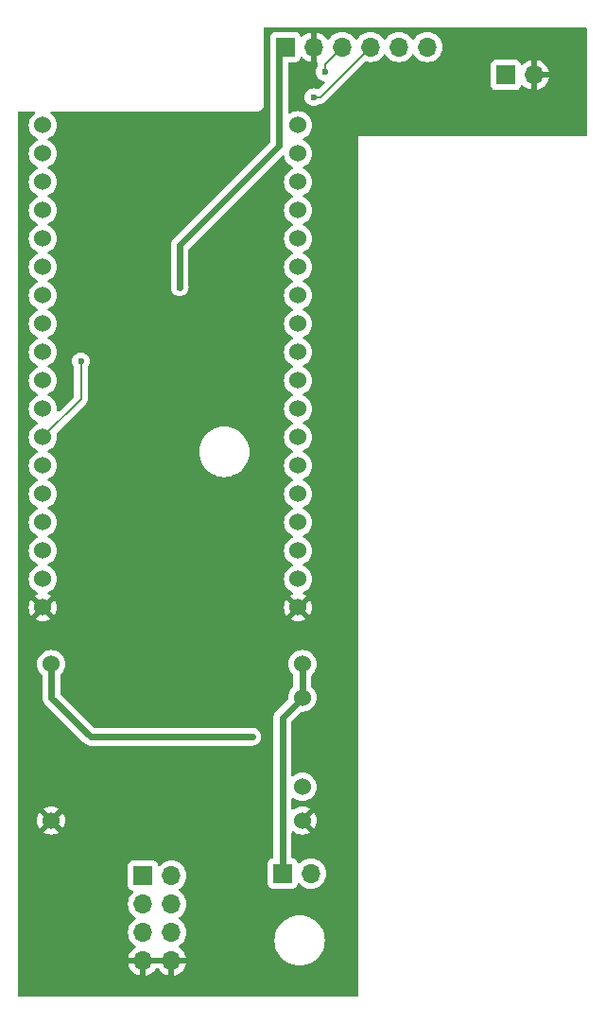
<source format=gbr>
%TF.GenerationSoftware,KiCad,Pcbnew,8.0.8*%
%TF.CreationDate,2025-07-12T12:46:27+02:00*%
%TF.ProjectId,lora_sensor_case-sensor_top,6c6f7261-5f73-4656-9e73-6f725f636173,rev?*%
%TF.SameCoordinates,Original*%
%TF.FileFunction,Copper,L2,Bot*%
%TF.FilePolarity,Positive*%
%FSLAX46Y46*%
G04 Gerber Fmt 4.6, Leading zero omitted, Abs format (unit mm)*
G04 Created by KiCad (PCBNEW 8.0.8) date 2025-07-12 12:46:27*
%MOMM*%
%LPD*%
G01*
G04 APERTURE LIST*
%TA.AperFunction,ComponentPad*%
%ADD10R,1.700000X1.700000*%
%TD*%
%TA.AperFunction,ComponentPad*%
%ADD11O,1.700000X1.700000*%
%TD*%
%TA.AperFunction,ComponentPad*%
%ADD12C,1.524000*%
%TD*%
%TA.AperFunction,ViaPad*%
%ADD13C,0.600000*%
%TD*%
%TA.AperFunction,Conductor*%
%ADD14C,0.600000*%
%TD*%
%TA.AperFunction,Conductor*%
%ADD15C,0.200000*%
%TD*%
G04 APERTURE END LIST*
D10*
%TO.P,J1,1,Pin_1*%
%TO.N,VCC*%
X124210000Y-147000000D03*
D11*
%TO.P,J1,2,Pin_2*%
%TO.N,GNDA*%
X126750000Y-147000000D03*
%TD*%
D12*
%TO.P,U1,1,GND*%
%TO.N,GND*%
X125610000Y-123180000D03*
%TO.P,U1,2,5V*%
%TO.N,+5V*%
X125610000Y-120640000D03*
%TO.P,U1,3,Vext*%
%TO.N,unconnected-(U1-Vext-Pad3)*%
X125610000Y-118100000D03*
%TO.P,U1,4,Vext*%
%TO.N,unconnected-(U1-Vext-Pad4)*%
X125610000Y-115560000D03*
%TO.P,U1,5,RX*%
%TO.N,/UART_RX*%
X125610000Y-113020000D03*
%TO.P,U1,6,TX*%
%TO.N,/UART_TX*%
X125610000Y-110480000D03*
%TO.P,U1,7,RST*%
%TO.N,unconnected-(U1-RST-Pad7)*%
X125610000Y-107940000D03*
%TO.P,U1,8,0*%
%TO.N,unconnected-(U1-0-Pad8)*%
X125610000Y-105400000D03*
%TO.P,U1,9,36*%
%TO.N,unconnected-(U1-36-Pad9)*%
X125610000Y-102860000D03*
%TO.P,U1,10,35*%
%TO.N,unconnected-(U1-35-Pad10)*%
X125610000Y-100320000D03*
%TO.P,U1,11,34*%
%TO.N,/GPIO_34*%
X125610000Y-97780000D03*
%TO.P,U1,12,33*%
%TO.N,/GPIO_33*%
X125610000Y-95240000D03*
%TO.P,U1,13,SPI_CLK_P*%
%TO.N,unconnected-(U1-SPI_CLK_P-Pad13)*%
X125610000Y-92700000D03*
%TO.P,U1,14,SPI_CLK_N*%
%TO.N,unconnected-(U1-SPI_CLK_N-Pad14)*%
X125610000Y-90160000D03*
%TO.P,U1,15,26*%
%TO.N,unconnected-(U1-26-Pad15)*%
X125610000Y-87620000D03*
%TO.P,U1,16,21*%
%TO.N,unconnected-(U1-21-Pad16)*%
X125610000Y-85080000D03*
%TO.P,U1,17,20*%
%TO.N,unconnected-(U1-20-Pad17)*%
X125610000Y-82540000D03*
%TO.P,U1,18,19*%
%TO.N,unconnected-(U1-19-Pad18)*%
X125610000Y-80000000D03*
%TO.P,U1,19,GND*%
%TO.N,GND*%
X102750000Y-123180000D03*
%TO.P,U1,20,3.3*%
%TO.N,unconnected-(U1-3.3-Pad20)*%
X102750000Y-120640000D03*
%TO.P,U1,21,3.3*%
%TO.N,+3V3*%
X102750000Y-118100000D03*
%TO.P,U1,22,37*%
%TO.N,unconnected-(U1-37-Pad22)*%
X102750000Y-115560000D03*
%TO.P,U1,23,46*%
%TO.N,unconnected-(U1-46-Pad23)*%
X102750000Y-113020000D03*
%TO.P,U1,24,45*%
%TO.N,unconnected-(U1-45-Pad24)*%
X102750000Y-110480000D03*
%TO.P,U1,25,42*%
%TO.N,/SCL*%
X102750000Y-107940000D03*
%TO.P,U1,26,41*%
%TO.N,/SDA*%
X102750000Y-105400000D03*
%TO.P,U1,27,40*%
%TO.N,unconnected-(U1-40-Pad27)*%
X102750000Y-102860000D03*
%TO.P,U1,28,39*%
%TO.N,unconnected-(U1-39-Pad28)*%
X102750000Y-100320000D03*
%TO.P,U1,29,38*%
%TO.N,unconnected-(U1-38-Pad29)*%
X102750000Y-97780000D03*
%TO.P,U1,30,1*%
%TO.N,unconnected-(U1-1-Pad30)*%
X102750000Y-95240000D03*
%TO.P,U1,31,2*%
%TO.N,unconnected-(U1-2-Pad31)*%
X102750000Y-92700000D03*
%TO.P,U1,32,3*%
%TO.N,unconnected-(U1-3-Pad32)*%
X102750000Y-90160000D03*
%TO.P,U1,33,4*%
%TO.N,unconnected-(U1-4-Pad33)*%
X102750000Y-87620000D03*
%TO.P,U1,34,5*%
%TO.N,unconnected-(U1-5-Pad34)*%
X102750000Y-85080000D03*
%TO.P,U1,35,6*%
%TO.N,unconnected-(U1-6-Pad35)*%
X102750000Y-82540000D03*
%TO.P,U1,36,7*%
%TO.N,unconnected-(U1-7-Pad36)*%
X102750000Y-80000000D03*
%TD*%
D10*
%TO.P,J3,1,Pin_1*%
%TO.N,VDD*%
X144210000Y-75500000D03*
D11*
%TO.P,J3,2,Pin_2*%
%TO.N,GND*%
X146750000Y-75500000D03*
%TD*%
D10*
%TO.P,J2,1,Pin_1*%
%TO.N,/GPIO_34*%
X111725000Y-147199998D03*
D11*
%TO.P,J2,2,Pin_2*%
%TO.N,/UART_TX*%
X114265000Y-147199998D03*
%TO.P,J2,3,Pin_3*%
%TO.N,/GPIO_33*%
X111725000Y-149739998D03*
%TO.P,J2,4,Pin_4*%
%TO.N,/UART_RX*%
X114265000Y-149739998D03*
%TO.P,J2,5,Pin_5*%
%TO.N,+3V3*%
X111725000Y-152279998D03*
%TO.P,J2,6,Pin_6*%
%TO.N,+5V*%
X114265000Y-152279998D03*
%TO.P,J2,7,Pin_7*%
%TO.N,GND*%
X111725000Y-154819998D03*
%TO.P,J2,8,Pin_8*%
X114265000Y-154819998D03*
%TD*%
D10*
%TO.P,U2,1,VCC*%
%TO.N,+3V3*%
X124460000Y-73000000D03*
D11*
%TO.P,U2,2,GND*%
%TO.N,GND*%
X127000000Y-73000000D03*
%TO.P,U2,3,SCL*%
%TO.N,/SCL*%
X129540000Y-73000000D03*
%TO.P,U2,4,SDA*%
%TO.N,/SDA*%
X132080000Y-73000000D03*
%TO.P,U2,5,CSB*%
%TO.N,unconnected-(U2-CSB-Pad5)*%
X134620000Y-73000000D03*
%TO.P,U2,6,SDO*%
%TO.N,unconnected-(U2-SDO-Pad6)*%
X137160000Y-73000000D03*
%TD*%
D12*
%TO.P,U4,1,In+*%
%TO.N,VDD*%
X103495300Y-128250000D03*
%TO.P,U4,2,In-*%
%TO.N,GND*%
X103495300Y-142250000D03*
%TO.P,U4,3,Out+*%
%TO.N,VCC*%
X125995300Y-128250000D03*
%TO.P,U4,4,Bat+*%
X125995300Y-131250000D03*
%TO.P,U4,5,Bat-*%
%TO.N,GNDA*%
X125995300Y-139250000D03*
%TO.P,U4,6,Out-*%
%TO.N,GND*%
X125995300Y-142250000D03*
%TD*%
D13*
%TO.N,GND*%
X109750000Y-103500000D03*
X119000000Y-123250000D03*
X120500000Y-93500000D03*
X108000000Y-117000000D03*
X116250000Y-113500000D03*
%TO.N,+3V3*%
X115000000Y-94500000D03*
%TO.N,/SDA*%
X127000000Y-77500000D03*
%TO.N,/SCL*%
X106150735Y-101150735D03*
X128000000Y-75250000D03*
%TO.N,VDD*%
X121500000Y-134750000D03*
%TD*%
D14*
%TO.N,+3V3*%
X123920000Y-73540000D02*
X123920000Y-81830000D01*
X124460000Y-73000000D02*
X123920000Y-73540000D01*
X115000000Y-90750000D02*
X115000000Y-94500000D01*
X115000000Y-90750000D02*
X123920000Y-81830000D01*
D15*
%TO.N,/SDA*%
X127000000Y-77500000D02*
X127580000Y-77500000D01*
X127580000Y-77500000D02*
X132080000Y-73000000D01*
%TO.N,/SCL*%
X106150735Y-101150735D02*
X106150735Y-104539265D01*
X128000000Y-75250000D02*
X128000000Y-74540000D01*
X106150735Y-104539265D02*
X102750000Y-107940000D01*
X128000000Y-74540000D02*
X129540000Y-73000000D01*
D14*
%TO.N,VDD*%
X103495300Y-131245300D02*
X103495300Y-128250000D01*
X121500000Y-134750000D02*
X107000000Y-134750000D01*
X107000000Y-134750000D02*
X103495300Y-131245300D01*
%TO.N,VCC*%
X124210000Y-147000000D02*
X124210000Y-133035300D01*
X125995300Y-131250000D02*
X125995300Y-128250000D01*
X124210000Y-133035300D02*
X125995300Y-131250000D01*
%TD*%
%TA.AperFunction,Conductor*%
%TO.N,GND*%
G36*
X113799075Y-154627005D02*
G01*
X113765000Y-154754172D01*
X113765000Y-154885824D01*
X113799075Y-155012991D01*
X113831988Y-155069998D01*
X112158012Y-155069998D01*
X112190925Y-155012991D01*
X112225000Y-154885824D01*
X112225000Y-154754172D01*
X112190925Y-154627005D01*
X112158012Y-154569998D01*
X113831988Y-154569998D01*
X113799075Y-154627005D01*
G37*
%TD.AperFunction*%
%TA.AperFunction,Conductor*%
G36*
X151442539Y-71270185D02*
G01*
X151488294Y-71322989D01*
X151499500Y-71374500D01*
X151499500Y-80876000D01*
X151479815Y-80943039D01*
X151427011Y-80988794D01*
X151375500Y-81000000D01*
X131000000Y-81000000D01*
X131000000Y-157875500D01*
X130980315Y-157942539D01*
X130927511Y-157988294D01*
X130876000Y-157999500D01*
X100624500Y-157999500D01*
X100557461Y-157979815D01*
X100511706Y-157927011D01*
X100500500Y-157875500D01*
X100500500Y-149739997D01*
X110369341Y-149739997D01*
X110369341Y-149739998D01*
X110389936Y-149975401D01*
X110389938Y-149975411D01*
X110451094Y-150203653D01*
X110451096Y-150203657D01*
X110451097Y-150203661D01*
X110455000Y-150212030D01*
X110550965Y-150417828D01*
X110550967Y-150417832D01*
X110659281Y-150572519D01*
X110686501Y-150611394D01*
X110686506Y-150611400D01*
X110853597Y-150778491D01*
X110853603Y-150778496D01*
X111039158Y-150908423D01*
X111082783Y-150963000D01*
X111089977Y-151032498D01*
X111058454Y-151094853D01*
X111039158Y-151111573D01*
X110853597Y-151241503D01*
X110686505Y-151408595D01*
X110550965Y-151602167D01*
X110550964Y-151602169D01*
X110451098Y-151816333D01*
X110451094Y-151816342D01*
X110389938Y-152044584D01*
X110389936Y-152044594D01*
X110369341Y-152279997D01*
X110369341Y-152279998D01*
X110389936Y-152515401D01*
X110389938Y-152515411D01*
X110451094Y-152743653D01*
X110451096Y-152743657D01*
X110451097Y-152743661D01*
X110455000Y-152752030D01*
X110550965Y-152957828D01*
X110550967Y-152957832D01*
X110659281Y-153112519D01*
X110686505Y-153151399D01*
X110853599Y-153318493D01*
X111009068Y-153427354D01*
X111039594Y-153448728D01*
X111083219Y-153503305D01*
X111090413Y-153572803D01*
X111058890Y-153635158D01*
X111039595Y-153651878D01*
X110853922Y-153781888D01*
X110853920Y-153781889D01*
X110686891Y-153948918D01*
X110686886Y-153948924D01*
X110551400Y-154142418D01*
X110551399Y-154142420D01*
X110451570Y-154356505D01*
X110451567Y-154356511D01*
X110394364Y-154569997D01*
X110394364Y-154569998D01*
X111291988Y-154569998D01*
X111259075Y-154627005D01*
X111225000Y-154754172D01*
X111225000Y-154885824D01*
X111259075Y-155012991D01*
X111291988Y-155069998D01*
X110394364Y-155069998D01*
X110451567Y-155283484D01*
X110451570Y-155283490D01*
X110551399Y-155497576D01*
X110686894Y-155691080D01*
X110853917Y-155858103D01*
X111047421Y-155993598D01*
X111261507Y-156093427D01*
X111261516Y-156093431D01*
X111475000Y-156150632D01*
X111475000Y-155253010D01*
X111532007Y-155285923D01*
X111659174Y-155319998D01*
X111790826Y-155319998D01*
X111917993Y-155285923D01*
X111975000Y-155253010D01*
X111975000Y-156150631D01*
X112188483Y-156093431D01*
X112188492Y-156093427D01*
X112402578Y-155993598D01*
X112596082Y-155858103D01*
X112763105Y-155691080D01*
X112893425Y-155504966D01*
X112948002Y-155461342D01*
X113017501Y-155454149D01*
X113079855Y-155485671D01*
X113096575Y-155504966D01*
X113226894Y-155691080D01*
X113393917Y-155858103D01*
X113587421Y-155993598D01*
X113801507Y-156093427D01*
X113801516Y-156093431D01*
X114015000Y-156150632D01*
X114015000Y-155253010D01*
X114072007Y-155285923D01*
X114199174Y-155319998D01*
X114330826Y-155319998D01*
X114457993Y-155285923D01*
X114515000Y-155253010D01*
X114515000Y-156150631D01*
X114728483Y-156093431D01*
X114728492Y-156093427D01*
X114942578Y-155993598D01*
X115136082Y-155858103D01*
X115303105Y-155691080D01*
X115438600Y-155497576D01*
X115538429Y-155283490D01*
X115538432Y-155283484D01*
X115595636Y-155069998D01*
X114698012Y-155069998D01*
X114730925Y-155012991D01*
X114765000Y-154885824D01*
X114765000Y-154754172D01*
X114730925Y-154627005D01*
X114698012Y-154569998D01*
X115595636Y-154569998D01*
X115595635Y-154569997D01*
X115538432Y-154356511D01*
X115538429Y-154356505D01*
X115438600Y-154142420D01*
X115438599Y-154142418D01*
X115303113Y-153948924D01*
X115303108Y-153948918D01*
X115136078Y-153781888D01*
X114950405Y-153651877D01*
X114906780Y-153597300D01*
X114899588Y-153527802D01*
X114931110Y-153465447D01*
X114950406Y-153448728D01*
X115136401Y-153318493D01*
X115303495Y-153151399D01*
X115409511Y-152999992D01*
X123494671Y-152999992D01*
X123494671Y-153000007D01*
X123513964Y-153294363D01*
X123513965Y-153294373D01*
X123513966Y-153294380D01*
X123513968Y-153294390D01*
X123571518Y-153583716D01*
X123571521Y-153583730D01*
X123666349Y-153863080D01*
X123796825Y-154127660D01*
X123796829Y-154127667D01*
X123960725Y-154372955D01*
X124155241Y-154594758D01*
X124377044Y-154789274D01*
X124622332Y-154953170D01*
X124622335Y-154953172D01*
X124886923Y-155083652D01*
X125166278Y-155178481D01*
X125455620Y-155236034D01*
X125483888Y-155237886D01*
X125749993Y-155255329D01*
X125750000Y-155255329D01*
X125750007Y-155255329D01*
X125985675Y-155239881D01*
X126044380Y-155236034D01*
X126333722Y-155178481D01*
X126613077Y-155083652D01*
X126877665Y-154953172D01*
X127122957Y-154789273D01*
X127344758Y-154594758D01*
X127539273Y-154372957D01*
X127703172Y-154127665D01*
X127833652Y-153863077D01*
X127928481Y-153583722D01*
X127986034Y-153294380D01*
X128005329Y-153000000D01*
X128005329Y-152999992D01*
X127986035Y-152705636D01*
X127986034Y-152705620D01*
X127928481Y-152416278D01*
X127833652Y-152136923D01*
X127703172Y-151872336D01*
X127665753Y-151816335D01*
X127621764Y-151750500D01*
X127539273Y-151627043D01*
X127496655Y-151578447D01*
X127344758Y-151405241D01*
X127122955Y-151210725D01*
X126877667Y-151046829D01*
X126877660Y-151046825D01*
X126613080Y-150916349D01*
X126333730Y-150821521D01*
X126333724Y-150821519D01*
X126333722Y-150821519D01*
X126044380Y-150763966D01*
X126044373Y-150763965D01*
X126044363Y-150763964D01*
X125750007Y-150744671D01*
X125749993Y-150744671D01*
X125455636Y-150763964D01*
X125455624Y-150763965D01*
X125455620Y-150763966D01*
X125455612Y-150763967D01*
X125455609Y-150763968D01*
X125166283Y-150821518D01*
X125166269Y-150821521D01*
X124886919Y-150916349D01*
X124622334Y-151046828D01*
X124377041Y-151210728D01*
X124155241Y-151405241D01*
X123960728Y-151627041D01*
X123796828Y-151872334D01*
X123666349Y-152136919D01*
X123571521Y-152416269D01*
X123571518Y-152416283D01*
X123513968Y-152705609D01*
X123513964Y-152705636D01*
X123494671Y-152999992D01*
X115409511Y-152999992D01*
X115439035Y-152957828D01*
X115538903Y-152743661D01*
X115600063Y-152515406D01*
X115620659Y-152279998D01*
X115600063Y-152044590D01*
X115538903Y-151816335D01*
X115439035Y-151602169D01*
X115433425Y-151594156D01*
X115303494Y-151408595D01*
X115136402Y-151241504D01*
X115136396Y-151241499D01*
X114950842Y-151111573D01*
X114907217Y-151056996D01*
X114900023Y-150987498D01*
X114931546Y-150925143D01*
X114950842Y-150908423D01*
X114973026Y-150892889D01*
X115136401Y-150778493D01*
X115303495Y-150611399D01*
X115439035Y-150417828D01*
X115538903Y-150203661D01*
X115600063Y-149975406D01*
X115620659Y-149739998D01*
X115600063Y-149504590D01*
X115538903Y-149276335D01*
X115439035Y-149062169D01*
X115433425Y-149054156D01*
X115303494Y-148868595D01*
X115136402Y-148701504D01*
X115136396Y-148701499D01*
X114950842Y-148571573D01*
X114907217Y-148516996D01*
X114900023Y-148447498D01*
X114931546Y-148385143D01*
X114950842Y-148368423D01*
X114998488Y-148335061D01*
X115136401Y-148238493D01*
X115303495Y-148071399D01*
X115439035Y-147877828D01*
X115538903Y-147663661D01*
X115600063Y-147435406D01*
X115620659Y-147199998D01*
X115600063Y-146964590D01*
X115538903Y-146736335D01*
X115439035Y-146522169D01*
X115322219Y-146355337D01*
X115303494Y-146328595D01*
X115136402Y-146161504D01*
X115136395Y-146161499D01*
X115051615Y-146102135D01*
X122859500Y-146102135D01*
X122859500Y-147897870D01*
X122859501Y-147897876D01*
X122865908Y-147957483D01*
X122916202Y-148092328D01*
X122916206Y-148092335D01*
X123002452Y-148207544D01*
X123002455Y-148207547D01*
X123117664Y-148293793D01*
X123117671Y-148293797D01*
X123252517Y-148344091D01*
X123252516Y-148344091D01*
X123259444Y-148344835D01*
X123312127Y-148350500D01*
X125107872Y-148350499D01*
X125167483Y-148344091D01*
X125302331Y-148293796D01*
X125417546Y-148207546D01*
X125503796Y-148092331D01*
X125552810Y-147960916D01*
X125594681Y-147904984D01*
X125660145Y-147880566D01*
X125728418Y-147895417D01*
X125756673Y-147916569D01*
X125878599Y-148038495D01*
X125959889Y-148095415D01*
X126072165Y-148174032D01*
X126072167Y-148174033D01*
X126072170Y-148174035D01*
X126286337Y-148273903D01*
X126514592Y-148335063D01*
X126691034Y-148350500D01*
X126749999Y-148355659D01*
X126750000Y-148355659D01*
X126750001Y-148355659D01*
X126808966Y-148350500D01*
X126985408Y-148335063D01*
X127213663Y-148273903D01*
X127427830Y-148174035D01*
X127621401Y-148038495D01*
X127788495Y-147871401D01*
X127924035Y-147677830D01*
X128023903Y-147463663D01*
X128085063Y-147235408D01*
X128105659Y-147000000D01*
X128085063Y-146764592D01*
X128038626Y-146591285D01*
X128023905Y-146536344D01*
X128023904Y-146536343D01*
X128023903Y-146536337D01*
X127924035Y-146322171D01*
X127910005Y-146302133D01*
X127788494Y-146128597D01*
X127621402Y-145961506D01*
X127621395Y-145961501D01*
X127427834Y-145825967D01*
X127427830Y-145825965D01*
X127427828Y-145825964D01*
X127213663Y-145726097D01*
X127213659Y-145726096D01*
X127213655Y-145726094D01*
X126985413Y-145664938D01*
X126985403Y-145664936D01*
X126750001Y-145644341D01*
X126749999Y-145644341D01*
X126514596Y-145664936D01*
X126514586Y-145664938D01*
X126286344Y-145726094D01*
X126286335Y-145726098D01*
X126072171Y-145825964D01*
X126072169Y-145825965D01*
X125878600Y-145961503D01*
X125756673Y-146083430D01*
X125695350Y-146116914D01*
X125625658Y-146111930D01*
X125569725Y-146070058D01*
X125552810Y-146039081D01*
X125503797Y-145907671D01*
X125503793Y-145907664D01*
X125417547Y-145792455D01*
X125417544Y-145792452D01*
X125302335Y-145706206D01*
X125302328Y-145706202D01*
X125167483Y-145655908D01*
X125121243Y-145650937D01*
X125056693Y-145624199D01*
X125016845Y-145566806D01*
X125010500Y-145527648D01*
X125010500Y-143339254D01*
X125030185Y-143272215D01*
X125082989Y-143226460D01*
X125152147Y-143216516D01*
X125205624Y-143237680D01*
X125361882Y-143347094D01*
X125361892Y-143347100D01*
X125562015Y-143440419D01*
X125562029Y-143440424D01*
X125775313Y-143497573D01*
X125775323Y-143497575D01*
X125995299Y-143516821D01*
X125995301Y-143516821D01*
X126215276Y-143497575D01*
X126215286Y-143497573D01*
X126428570Y-143440424D01*
X126428584Y-143440419D01*
X126628707Y-143347100D01*
X126628717Y-143347094D01*
X126693488Y-143301741D01*
X126022747Y-142631000D01*
X126045460Y-142631000D01*
X126142361Y-142605036D01*
X126229240Y-142554876D01*
X126300176Y-142483940D01*
X126350336Y-142397061D01*
X126376300Y-142300160D01*
X126376300Y-142277447D01*
X127047041Y-142948188D01*
X127092394Y-142883417D01*
X127092400Y-142883407D01*
X127185719Y-142683284D01*
X127185724Y-142683270D01*
X127242873Y-142469986D01*
X127242875Y-142469976D01*
X127262121Y-142250000D01*
X127262121Y-142249999D01*
X127242875Y-142030023D01*
X127242873Y-142030013D01*
X127185724Y-141816729D01*
X127185720Y-141816720D01*
X127092396Y-141616586D01*
X127047041Y-141551811D01*
X127047040Y-141551810D01*
X126376300Y-142222551D01*
X126376300Y-142199840D01*
X126350336Y-142102939D01*
X126300176Y-142016060D01*
X126229240Y-141945124D01*
X126142361Y-141894964D01*
X126045460Y-141869000D01*
X126022746Y-141869000D01*
X126693488Y-141198258D01*
X126628711Y-141152901D01*
X126628705Y-141152898D01*
X126428584Y-141059580D01*
X126428570Y-141059575D01*
X126215286Y-141002426D01*
X126215276Y-141002424D01*
X125995301Y-140983179D01*
X125995299Y-140983179D01*
X125775323Y-141002424D01*
X125775313Y-141002426D01*
X125562029Y-141059575D01*
X125562020Y-141059579D01*
X125361891Y-141152900D01*
X125361889Y-141152901D01*
X125205623Y-141262319D01*
X125139416Y-141284646D01*
X125071649Y-141267635D01*
X125023837Y-141216687D01*
X125010500Y-141160744D01*
X125010500Y-140339866D01*
X125030185Y-140272827D01*
X125082989Y-140227072D01*
X125152147Y-140217128D01*
X125205620Y-140238289D01*
X125361638Y-140347534D01*
X125561850Y-140440894D01*
X125775232Y-140498070D01*
X125932423Y-140511822D01*
X125995298Y-140517323D01*
X125995300Y-140517323D01*
X125995302Y-140517323D01*
X126050317Y-140512509D01*
X126215368Y-140498070D01*
X126428750Y-140440894D01*
X126628962Y-140347534D01*
X126809920Y-140220826D01*
X126966126Y-140064620D01*
X127092834Y-139883662D01*
X127186194Y-139683450D01*
X127243370Y-139470068D01*
X127262623Y-139250000D01*
X127243370Y-139029932D01*
X127186194Y-138816550D01*
X127092834Y-138616339D01*
X126966126Y-138435380D01*
X126809920Y-138279174D01*
X126809916Y-138279171D01*
X126809915Y-138279170D01*
X126628966Y-138152468D01*
X126628962Y-138152466D01*
X126628960Y-138152465D01*
X126428750Y-138059106D01*
X126428747Y-138059105D01*
X126428745Y-138059104D01*
X126215370Y-138001930D01*
X126215362Y-138001929D01*
X125995302Y-137982677D01*
X125995298Y-137982677D01*
X125775237Y-138001929D01*
X125775229Y-138001930D01*
X125561854Y-138059104D01*
X125561848Y-138059107D01*
X125361640Y-138152465D01*
X125361638Y-138152466D01*
X125205623Y-138261708D01*
X125139416Y-138284036D01*
X125071649Y-138267024D01*
X125023837Y-138216076D01*
X125010500Y-138160133D01*
X125010500Y-133418239D01*
X125030185Y-133351200D01*
X125046815Y-133330562D01*
X125830050Y-132547326D01*
X125891371Y-132513843D01*
X125928532Y-132511481D01*
X125995300Y-132517323D01*
X125995300Y-132517322D01*
X125995301Y-132517323D01*
X125995302Y-132517323D01*
X126062076Y-132511481D01*
X126215368Y-132498070D01*
X126428750Y-132440894D01*
X126628962Y-132347534D01*
X126809920Y-132220826D01*
X126966126Y-132064620D01*
X127092834Y-131883662D01*
X127186194Y-131683450D01*
X127243370Y-131470068D01*
X127262623Y-131250000D01*
X127243370Y-131029932D01*
X127186194Y-130816550D01*
X127092834Y-130616339D01*
X126966126Y-130435380D01*
X126966124Y-130435377D01*
X126832119Y-130301372D01*
X126798634Y-130240049D01*
X126795800Y-130213691D01*
X126795800Y-129286308D01*
X126815485Y-129219269D01*
X126832119Y-129198627D01*
X126966126Y-129064620D01*
X127092834Y-128883662D01*
X127186194Y-128683450D01*
X127243370Y-128470068D01*
X127262623Y-128250000D01*
X127243370Y-128029932D01*
X127186194Y-127816550D01*
X127092834Y-127616339D01*
X126966126Y-127435380D01*
X126809920Y-127279174D01*
X126809916Y-127279171D01*
X126809915Y-127279170D01*
X126628966Y-127152468D01*
X126628962Y-127152466D01*
X126628960Y-127152465D01*
X126428750Y-127059106D01*
X126428747Y-127059105D01*
X126428745Y-127059104D01*
X126215370Y-127001930D01*
X126215362Y-127001929D01*
X125995302Y-126982677D01*
X125995298Y-126982677D01*
X125775237Y-127001929D01*
X125775229Y-127001930D01*
X125561854Y-127059104D01*
X125561848Y-127059107D01*
X125361640Y-127152465D01*
X125361638Y-127152466D01*
X125180677Y-127279175D01*
X125024475Y-127435377D01*
X124897766Y-127616338D01*
X124897765Y-127616340D01*
X124804407Y-127816548D01*
X124804404Y-127816554D01*
X124747230Y-128029929D01*
X124747229Y-128029937D01*
X124727977Y-128249997D01*
X124727977Y-128250002D01*
X124747229Y-128470062D01*
X124747230Y-128470070D01*
X124804404Y-128683445D01*
X124804405Y-128683447D01*
X124804406Y-128683450D01*
X124897766Y-128883662D01*
X124897768Y-128883666D01*
X125024470Y-129064615D01*
X125024475Y-129064621D01*
X125158481Y-129198627D01*
X125191966Y-129259950D01*
X125194800Y-129286308D01*
X125194800Y-130213691D01*
X125175115Y-130280730D01*
X125158481Y-130301372D01*
X125024475Y-130435377D01*
X124897766Y-130616338D01*
X124897765Y-130616340D01*
X124804407Y-130816548D01*
X124804404Y-130816554D01*
X124747230Y-131029929D01*
X124747229Y-131029937D01*
X124727977Y-131249997D01*
X124727977Y-131250003D01*
X124733817Y-131316763D01*
X124720050Y-131385263D01*
X124697970Y-131415250D01*
X123892398Y-132220824D01*
X123699711Y-132413511D01*
X123643960Y-132469262D01*
X123588209Y-132525012D01*
X123500609Y-132656114D01*
X123500602Y-132656127D01*
X123440264Y-132801798D01*
X123440261Y-132801810D01*
X123409500Y-132956453D01*
X123409500Y-145527648D01*
X123389815Y-145594687D01*
X123337011Y-145640442D01*
X123298755Y-145650938D01*
X123252516Y-145655909D01*
X123117671Y-145706202D01*
X123117664Y-145706206D01*
X123002455Y-145792452D01*
X123002452Y-145792455D01*
X122916206Y-145907664D01*
X122916202Y-145907671D01*
X122865908Y-146042517D01*
X122859501Y-146102116D01*
X122859500Y-146102135D01*
X115051615Y-146102135D01*
X114942834Y-146025965D01*
X114942830Y-146025963D01*
X114942828Y-146025962D01*
X114728663Y-145926095D01*
X114728659Y-145926094D01*
X114728655Y-145926092D01*
X114500413Y-145864936D01*
X114500403Y-145864934D01*
X114265001Y-145844339D01*
X114264999Y-145844339D01*
X114029596Y-145864934D01*
X114029586Y-145864936D01*
X113801344Y-145926092D01*
X113801335Y-145926096D01*
X113587171Y-146025962D01*
X113587169Y-146025963D01*
X113393600Y-146161501D01*
X113271673Y-146283428D01*
X113210350Y-146316912D01*
X113140658Y-146311928D01*
X113084725Y-146270056D01*
X113067810Y-146239079D01*
X113018797Y-146107669D01*
X113018793Y-146107662D01*
X112932547Y-145992453D01*
X112932544Y-145992450D01*
X112817335Y-145906204D01*
X112817328Y-145906200D01*
X112682482Y-145855906D01*
X112682483Y-145855906D01*
X112622883Y-145849499D01*
X112622881Y-145849498D01*
X112622873Y-145849498D01*
X112622864Y-145849498D01*
X110827129Y-145849498D01*
X110827123Y-145849499D01*
X110767516Y-145855906D01*
X110632671Y-145906200D01*
X110632664Y-145906204D01*
X110517455Y-145992450D01*
X110517452Y-145992453D01*
X110431206Y-146107662D01*
X110431202Y-146107669D01*
X110380908Y-146242515D01*
X110374501Y-146302114D01*
X110374500Y-146302133D01*
X110374500Y-148097868D01*
X110374501Y-148097874D01*
X110380908Y-148157481D01*
X110431202Y-148292326D01*
X110431206Y-148292333D01*
X110517452Y-148407542D01*
X110517455Y-148407545D01*
X110632664Y-148493791D01*
X110632671Y-148493795D01*
X110764081Y-148542808D01*
X110820015Y-148584679D01*
X110844432Y-148650143D01*
X110829580Y-148718416D01*
X110808430Y-148746671D01*
X110686503Y-148868598D01*
X110550965Y-149062167D01*
X110550964Y-149062169D01*
X110451098Y-149276333D01*
X110451094Y-149276342D01*
X110389938Y-149504584D01*
X110389936Y-149504594D01*
X110369341Y-149739997D01*
X100500500Y-149739997D01*
X100500500Y-142249999D01*
X102228479Y-142249999D01*
X102228479Y-142250000D01*
X102247724Y-142469976D01*
X102247726Y-142469986D01*
X102304875Y-142683270D01*
X102304880Y-142683284D01*
X102398198Y-142883405D01*
X102398201Y-142883411D01*
X102443558Y-142948187D01*
X102443558Y-142948188D01*
X103114300Y-142277446D01*
X103114300Y-142300160D01*
X103140264Y-142397061D01*
X103190424Y-142483940D01*
X103261360Y-142554876D01*
X103348239Y-142605036D01*
X103445140Y-142631000D01*
X103467853Y-142631000D01*
X102797110Y-143301740D01*
X102861890Y-143347099D01*
X102861892Y-143347100D01*
X103062015Y-143440419D01*
X103062029Y-143440424D01*
X103275313Y-143497573D01*
X103275323Y-143497575D01*
X103495299Y-143516821D01*
X103495301Y-143516821D01*
X103715276Y-143497575D01*
X103715286Y-143497573D01*
X103928570Y-143440424D01*
X103928584Y-143440419D01*
X104128707Y-143347100D01*
X104128717Y-143347094D01*
X104193488Y-143301741D01*
X103522748Y-142631000D01*
X103545460Y-142631000D01*
X103642361Y-142605036D01*
X103729240Y-142554876D01*
X103800176Y-142483940D01*
X103850336Y-142397061D01*
X103876300Y-142300160D01*
X103876300Y-142277447D01*
X104547041Y-142948188D01*
X104592394Y-142883417D01*
X104592400Y-142883407D01*
X104685719Y-142683284D01*
X104685724Y-142683270D01*
X104742873Y-142469986D01*
X104742875Y-142469976D01*
X104762121Y-142250000D01*
X104762121Y-142249999D01*
X104742875Y-142030023D01*
X104742873Y-142030013D01*
X104685724Y-141816729D01*
X104685720Y-141816720D01*
X104592396Y-141616586D01*
X104547041Y-141551811D01*
X104547040Y-141551810D01*
X103876300Y-142222551D01*
X103876300Y-142199840D01*
X103850336Y-142102939D01*
X103800176Y-142016060D01*
X103729240Y-141945124D01*
X103642361Y-141894964D01*
X103545460Y-141869000D01*
X103522747Y-141869000D01*
X104193488Y-141198258D01*
X104128711Y-141152901D01*
X104128705Y-141152898D01*
X103928584Y-141059580D01*
X103928570Y-141059575D01*
X103715286Y-141002426D01*
X103715276Y-141002424D01*
X103495301Y-140983179D01*
X103495299Y-140983179D01*
X103275323Y-141002424D01*
X103275313Y-141002426D01*
X103062029Y-141059575D01*
X103062020Y-141059579D01*
X102861890Y-141152901D01*
X102797111Y-141198258D01*
X103467854Y-141869000D01*
X103445140Y-141869000D01*
X103348239Y-141894964D01*
X103261360Y-141945124D01*
X103190424Y-142016060D01*
X103140264Y-142102939D01*
X103114300Y-142199840D01*
X103114300Y-142222553D01*
X102443558Y-141551811D01*
X102398201Y-141616590D01*
X102304879Y-141816720D01*
X102304875Y-141816729D01*
X102247726Y-142030013D01*
X102247724Y-142030023D01*
X102228479Y-142249999D01*
X100500500Y-142249999D01*
X100500500Y-128249997D01*
X102227977Y-128249997D01*
X102227977Y-128250002D01*
X102247229Y-128470062D01*
X102247230Y-128470070D01*
X102304404Y-128683445D01*
X102304405Y-128683447D01*
X102304406Y-128683450D01*
X102397766Y-128883662D01*
X102397768Y-128883666D01*
X102524470Y-129064615D01*
X102524475Y-129064621D01*
X102658481Y-129198627D01*
X102691966Y-129259950D01*
X102694800Y-129286308D01*
X102694800Y-131324146D01*
X102725561Y-131478789D01*
X102725564Y-131478801D01*
X102785902Y-131624472D01*
X102785909Y-131624485D01*
X102873510Y-131755588D01*
X102873513Y-131755592D01*
X106373870Y-135255947D01*
X106373891Y-135255970D01*
X106489707Y-135371786D01*
X106489711Y-135371789D01*
X106620814Y-135459390D01*
X106620827Y-135459397D01*
X106766498Y-135519735D01*
X106766503Y-135519737D01*
X106766507Y-135519737D01*
X106766508Y-135519738D01*
X106921154Y-135550500D01*
X106921157Y-135550500D01*
X106921158Y-135550500D01*
X121448085Y-135550500D01*
X121461969Y-135551280D01*
X121499998Y-135555565D01*
X121500000Y-135555565D01*
X121500002Y-135555565D01*
X121538031Y-135551280D01*
X121551915Y-135550500D01*
X121578841Y-135550500D01*
X121578842Y-135550500D01*
X121618017Y-135542707D01*
X121628283Y-135541110D01*
X121679255Y-135535368D01*
X121703100Y-135527023D01*
X121719862Y-135522448D01*
X121733497Y-135519737D01*
X121782389Y-135499484D01*
X121788837Y-135497023D01*
X121849522Y-135475789D01*
X121859868Y-135469287D01*
X121878390Y-135459720D01*
X121879179Y-135459394D01*
X121933987Y-135422771D01*
X121936825Y-135420931D01*
X122002262Y-135379816D01*
X122129816Y-135252262D01*
X122170931Y-135186825D01*
X122172777Y-135183979D01*
X122209389Y-135129186D01*
X122209394Y-135129179D01*
X122209720Y-135128390D01*
X122219287Y-135109868D01*
X122225789Y-135099522D01*
X122247023Y-135038837D01*
X122249484Y-135032389D01*
X122269737Y-134983497D01*
X122272448Y-134969862D01*
X122277023Y-134953100D01*
X122285368Y-134929255D01*
X122291110Y-134878283D01*
X122292707Y-134868017D01*
X122300500Y-134828842D01*
X122300500Y-134801914D01*
X122301280Y-134788029D01*
X122305565Y-134750001D01*
X122305565Y-134749998D01*
X122301280Y-134711969D01*
X122300500Y-134698085D01*
X122300500Y-134671157D01*
X122292711Y-134632003D01*
X122291110Y-134621714D01*
X122285368Y-134570745D01*
X122277023Y-134546898D01*
X122272449Y-134530139D01*
X122269737Y-134516503D01*
X122249484Y-134467607D01*
X122247028Y-134461175D01*
X122225789Y-134400478D01*
X122219289Y-134390134D01*
X122209719Y-134371606D01*
X122209394Y-134370821D01*
X122172790Y-134316040D01*
X122170905Y-134313131D01*
X122129815Y-134247737D01*
X122002260Y-134120182D01*
X122002257Y-134120180D01*
X121936900Y-134079114D01*
X121933982Y-134077223D01*
X121879179Y-134040605D01*
X121879173Y-134040603D01*
X121878365Y-134040268D01*
X121859865Y-134030709D01*
X121849524Y-134024212D01*
X121849523Y-134024211D01*
X121849522Y-134024211D01*
X121788867Y-134002986D01*
X121782377Y-134000509D01*
X121733496Y-133980262D01*
X121719860Y-133977550D01*
X121703104Y-133972976D01*
X121679260Y-133964633D01*
X121679256Y-133964632D01*
X121679255Y-133964632D01*
X121658575Y-133962301D01*
X121628303Y-133958890D01*
X121618003Y-133957288D01*
X121578844Y-133949500D01*
X121578842Y-133949500D01*
X121551915Y-133949500D01*
X121538031Y-133948720D01*
X121500002Y-133944435D01*
X121499998Y-133944435D01*
X121461969Y-133948720D01*
X121448085Y-133949500D01*
X107382939Y-133949500D01*
X107315900Y-133929815D01*
X107295258Y-133913181D01*
X104332119Y-130950041D01*
X104298634Y-130888718D01*
X104295800Y-130862360D01*
X104295800Y-129286308D01*
X104315485Y-129219269D01*
X104332119Y-129198627D01*
X104466126Y-129064620D01*
X104592834Y-128883662D01*
X104686194Y-128683450D01*
X104743370Y-128470068D01*
X104762623Y-128250000D01*
X104743370Y-128029932D01*
X104686194Y-127816550D01*
X104592834Y-127616339D01*
X104466126Y-127435380D01*
X104309920Y-127279174D01*
X104309916Y-127279171D01*
X104309915Y-127279170D01*
X104128966Y-127152468D01*
X104128962Y-127152466D01*
X104128960Y-127152465D01*
X103928750Y-127059106D01*
X103928747Y-127059105D01*
X103928745Y-127059104D01*
X103715370Y-127001930D01*
X103715362Y-127001929D01*
X103495302Y-126982677D01*
X103495298Y-126982677D01*
X103275237Y-127001929D01*
X103275229Y-127001930D01*
X103061854Y-127059104D01*
X103061848Y-127059107D01*
X102861640Y-127152465D01*
X102861638Y-127152466D01*
X102680677Y-127279175D01*
X102524475Y-127435377D01*
X102397766Y-127616338D01*
X102397765Y-127616340D01*
X102304407Y-127816548D01*
X102304404Y-127816554D01*
X102247230Y-128029929D01*
X102247229Y-128029937D01*
X102227977Y-128249997D01*
X100500500Y-128249997D01*
X100500500Y-78874500D01*
X100520185Y-78807461D01*
X100572989Y-78761706D01*
X100624500Y-78750500D01*
X101940091Y-78750500D01*
X102007130Y-78770185D01*
X102052885Y-78822989D01*
X102062829Y-78892147D01*
X102033804Y-78955703D01*
X102011214Y-78976075D01*
X101935377Y-79029175D01*
X101779175Y-79185377D01*
X101652466Y-79366338D01*
X101652465Y-79366340D01*
X101559107Y-79566548D01*
X101559104Y-79566554D01*
X101501930Y-79779929D01*
X101501929Y-79779937D01*
X101482677Y-79999997D01*
X101482677Y-80000002D01*
X101501929Y-80220062D01*
X101501930Y-80220070D01*
X101559104Y-80433445D01*
X101559105Y-80433447D01*
X101559106Y-80433450D01*
X101652466Y-80633662D01*
X101652468Y-80633666D01*
X101779170Y-80814615D01*
X101779175Y-80814621D01*
X101935378Y-80970824D01*
X101935384Y-80970829D01*
X102116333Y-81097531D01*
X102116335Y-81097532D01*
X102116338Y-81097534D01*
X102235748Y-81153215D01*
X102245189Y-81157618D01*
X102297628Y-81203790D01*
X102316780Y-81270984D01*
X102296564Y-81337865D01*
X102245189Y-81382382D01*
X102116340Y-81442465D01*
X102116338Y-81442466D01*
X101935377Y-81569175D01*
X101779175Y-81725377D01*
X101652466Y-81906338D01*
X101652465Y-81906340D01*
X101559107Y-82106548D01*
X101559104Y-82106554D01*
X101501930Y-82319929D01*
X101501929Y-82319937D01*
X101482677Y-82539997D01*
X101482677Y-82540002D01*
X101501929Y-82760062D01*
X101501930Y-82760070D01*
X101559104Y-82973445D01*
X101559105Y-82973447D01*
X101559106Y-82973450D01*
X101652466Y-83173662D01*
X101652468Y-83173666D01*
X101779170Y-83354615D01*
X101779175Y-83354621D01*
X101935378Y-83510824D01*
X101935384Y-83510829D01*
X102116333Y-83637531D01*
X102116335Y-83637532D01*
X102116338Y-83637534D01*
X102235748Y-83693215D01*
X102245189Y-83697618D01*
X102297628Y-83743790D01*
X102316780Y-83810984D01*
X102296564Y-83877865D01*
X102245189Y-83922382D01*
X102116340Y-83982465D01*
X102116338Y-83982466D01*
X101935377Y-84109175D01*
X101779175Y-84265377D01*
X101652466Y-84446338D01*
X101652465Y-84446340D01*
X101559107Y-84646548D01*
X101559104Y-84646554D01*
X101501930Y-84859929D01*
X101501929Y-84859937D01*
X101482677Y-85079997D01*
X101482677Y-85080002D01*
X101501929Y-85300062D01*
X101501930Y-85300070D01*
X101559104Y-85513445D01*
X101559105Y-85513447D01*
X101559106Y-85513450D01*
X101652466Y-85713662D01*
X101652468Y-85713666D01*
X101779170Y-85894615D01*
X101779175Y-85894621D01*
X101935378Y-86050824D01*
X101935384Y-86050829D01*
X102116333Y-86177531D01*
X102116335Y-86177532D01*
X102116338Y-86177534D01*
X102235748Y-86233215D01*
X102245189Y-86237618D01*
X102297628Y-86283790D01*
X102316780Y-86350984D01*
X102296564Y-86417865D01*
X102245189Y-86462382D01*
X102116340Y-86522465D01*
X102116338Y-86522466D01*
X101935377Y-86649175D01*
X101779175Y-86805377D01*
X101652466Y-86986338D01*
X101652465Y-86986340D01*
X101559107Y-87186548D01*
X101559104Y-87186554D01*
X101501930Y-87399929D01*
X101501929Y-87399937D01*
X101482677Y-87619997D01*
X101482677Y-87620002D01*
X101501929Y-87840062D01*
X101501930Y-87840070D01*
X101559104Y-88053445D01*
X101559105Y-88053447D01*
X101559106Y-88053450D01*
X101652466Y-88253662D01*
X101652468Y-88253666D01*
X101779170Y-88434615D01*
X101779175Y-88434621D01*
X101935378Y-88590824D01*
X101935384Y-88590829D01*
X102116333Y-88717531D01*
X102116335Y-88717532D01*
X102116338Y-88717534D01*
X102235748Y-88773215D01*
X102245189Y-88777618D01*
X102297628Y-88823790D01*
X102316780Y-88890984D01*
X102296564Y-88957865D01*
X102245189Y-89002382D01*
X102116340Y-89062465D01*
X102116338Y-89062466D01*
X101935377Y-89189175D01*
X101779175Y-89345377D01*
X101652466Y-89526338D01*
X101652465Y-89526340D01*
X101559107Y-89726548D01*
X101559104Y-89726554D01*
X101501930Y-89939929D01*
X101501929Y-89939937D01*
X101482677Y-90159997D01*
X101482677Y-90160002D01*
X101501929Y-90380062D01*
X101501930Y-90380070D01*
X101559104Y-90593445D01*
X101559105Y-90593447D01*
X101559106Y-90593450D01*
X101595342Y-90671158D01*
X101652466Y-90793662D01*
X101652468Y-90793666D01*
X101779170Y-90974615D01*
X101779175Y-90974621D01*
X101935378Y-91130824D01*
X101935384Y-91130829D01*
X102116333Y-91257531D01*
X102116335Y-91257532D01*
X102116338Y-91257534D01*
X102235748Y-91313215D01*
X102245189Y-91317618D01*
X102297628Y-91363790D01*
X102316780Y-91430984D01*
X102296564Y-91497865D01*
X102245189Y-91542382D01*
X102116340Y-91602465D01*
X102116338Y-91602466D01*
X101935377Y-91729175D01*
X101779175Y-91885377D01*
X101652466Y-92066338D01*
X101652465Y-92066340D01*
X101559107Y-92266548D01*
X101559104Y-92266554D01*
X101501930Y-92479929D01*
X101501929Y-92479937D01*
X101482677Y-92699997D01*
X101482677Y-92700002D01*
X101501929Y-92920062D01*
X101501930Y-92920070D01*
X101559104Y-93133445D01*
X101559105Y-93133447D01*
X101559106Y-93133450D01*
X101652466Y-93333662D01*
X101652468Y-93333666D01*
X101779170Y-93514615D01*
X101779175Y-93514621D01*
X101935378Y-93670824D01*
X101935384Y-93670829D01*
X102116333Y-93797531D01*
X102116335Y-93797532D01*
X102116338Y-93797534D01*
X102235748Y-93853215D01*
X102245189Y-93857618D01*
X102297628Y-93903790D01*
X102316780Y-93970984D01*
X102296564Y-94037865D01*
X102245189Y-94082382D01*
X102116340Y-94142465D01*
X102116338Y-94142466D01*
X101935377Y-94269175D01*
X101779175Y-94425377D01*
X101652466Y-94606338D01*
X101652465Y-94606340D01*
X101559107Y-94806548D01*
X101559104Y-94806554D01*
X101501930Y-95019929D01*
X101501929Y-95019937D01*
X101482677Y-95239997D01*
X101482677Y-95240002D01*
X101501929Y-95460062D01*
X101501930Y-95460070D01*
X101559104Y-95673445D01*
X101559105Y-95673447D01*
X101559106Y-95673450D01*
X101652466Y-95873662D01*
X101652468Y-95873666D01*
X101779170Y-96054615D01*
X101779175Y-96054621D01*
X101935378Y-96210824D01*
X101935384Y-96210829D01*
X102116333Y-96337531D01*
X102116335Y-96337532D01*
X102116338Y-96337534D01*
X102235748Y-96393215D01*
X102245189Y-96397618D01*
X102297628Y-96443790D01*
X102316780Y-96510984D01*
X102296564Y-96577865D01*
X102245189Y-96622382D01*
X102116340Y-96682465D01*
X102116338Y-96682466D01*
X101935377Y-96809175D01*
X101779175Y-96965377D01*
X101652466Y-97146338D01*
X101652465Y-97146340D01*
X101559107Y-97346548D01*
X101559104Y-97346554D01*
X101501930Y-97559929D01*
X101501929Y-97559937D01*
X101482677Y-97779997D01*
X101482677Y-97780002D01*
X101501929Y-98000062D01*
X101501930Y-98000070D01*
X101559104Y-98213445D01*
X101559105Y-98213447D01*
X101559106Y-98213450D01*
X101652466Y-98413662D01*
X101652468Y-98413666D01*
X101779170Y-98594615D01*
X101779175Y-98594621D01*
X101935378Y-98750824D01*
X101935384Y-98750829D01*
X102116333Y-98877531D01*
X102116335Y-98877532D01*
X102116338Y-98877534D01*
X102235748Y-98933215D01*
X102245189Y-98937618D01*
X102297628Y-98983790D01*
X102316780Y-99050984D01*
X102296564Y-99117865D01*
X102245189Y-99162382D01*
X102116340Y-99222465D01*
X102116338Y-99222466D01*
X101935377Y-99349175D01*
X101779175Y-99505377D01*
X101652466Y-99686338D01*
X101652465Y-99686340D01*
X101559107Y-99886548D01*
X101559104Y-99886554D01*
X101501930Y-100099929D01*
X101501929Y-100099937D01*
X101482677Y-100319997D01*
X101482677Y-100320002D01*
X101501929Y-100540062D01*
X101501930Y-100540070D01*
X101559104Y-100753445D01*
X101559105Y-100753447D01*
X101559106Y-100753450D01*
X101652466Y-100953662D01*
X101652468Y-100953666D01*
X101779170Y-101134615D01*
X101779175Y-101134621D01*
X101935378Y-101290824D01*
X101935384Y-101290829D01*
X102116333Y-101417531D01*
X102116335Y-101417532D01*
X102116338Y-101417534D01*
X102235748Y-101473215D01*
X102245189Y-101477618D01*
X102297628Y-101523790D01*
X102316780Y-101590984D01*
X102296564Y-101657865D01*
X102245189Y-101702382D01*
X102116340Y-101762465D01*
X102116338Y-101762466D01*
X101935377Y-101889175D01*
X101779175Y-102045377D01*
X101652466Y-102226338D01*
X101652465Y-102226340D01*
X101559107Y-102426548D01*
X101559104Y-102426554D01*
X101501930Y-102639929D01*
X101501929Y-102639937D01*
X101482677Y-102859997D01*
X101482677Y-102860002D01*
X101501929Y-103080062D01*
X101501930Y-103080070D01*
X101559104Y-103293445D01*
X101559105Y-103293447D01*
X101559106Y-103293450D01*
X101652466Y-103493662D01*
X101652468Y-103493666D01*
X101779170Y-103674615D01*
X101779175Y-103674621D01*
X101935378Y-103830824D01*
X101935384Y-103830829D01*
X102116333Y-103957531D01*
X102116335Y-103957532D01*
X102116338Y-103957534D01*
X102235748Y-104013215D01*
X102245189Y-104017618D01*
X102297628Y-104063790D01*
X102316780Y-104130984D01*
X102296564Y-104197865D01*
X102245189Y-104242382D01*
X102116340Y-104302465D01*
X102116338Y-104302466D01*
X101935377Y-104429175D01*
X101779175Y-104585377D01*
X101652466Y-104766338D01*
X101652465Y-104766340D01*
X101559107Y-104966548D01*
X101559104Y-104966554D01*
X101501930Y-105179929D01*
X101501929Y-105179937D01*
X101482677Y-105399997D01*
X101482677Y-105400002D01*
X101501929Y-105620062D01*
X101501930Y-105620070D01*
X101559104Y-105833445D01*
X101559105Y-105833447D01*
X101559106Y-105833450D01*
X101617140Y-105957904D01*
X101652466Y-106033662D01*
X101652468Y-106033666D01*
X101779170Y-106214615D01*
X101779175Y-106214621D01*
X101935378Y-106370824D01*
X101935384Y-106370829D01*
X102116333Y-106497531D01*
X102116335Y-106497532D01*
X102116338Y-106497534D01*
X102235748Y-106553215D01*
X102245189Y-106557618D01*
X102297628Y-106603790D01*
X102316780Y-106670984D01*
X102296564Y-106737865D01*
X102245189Y-106782382D01*
X102116340Y-106842465D01*
X102116338Y-106842466D01*
X101935377Y-106969175D01*
X101779175Y-107125377D01*
X101652466Y-107306338D01*
X101652465Y-107306340D01*
X101559107Y-107506548D01*
X101559104Y-107506554D01*
X101501930Y-107719929D01*
X101501929Y-107719937D01*
X101482677Y-107939997D01*
X101482677Y-107940002D01*
X101501929Y-108160062D01*
X101501930Y-108160070D01*
X101559104Y-108373445D01*
X101559105Y-108373447D01*
X101559106Y-108373450D01*
X101565387Y-108386919D01*
X101652466Y-108573662D01*
X101652468Y-108573666D01*
X101779170Y-108754615D01*
X101779175Y-108754621D01*
X101935378Y-108910824D01*
X101935384Y-108910829D01*
X102116333Y-109037531D01*
X102116335Y-109037532D01*
X102116338Y-109037534D01*
X102235748Y-109093215D01*
X102245189Y-109097618D01*
X102297628Y-109143790D01*
X102316780Y-109210984D01*
X102296564Y-109277865D01*
X102245189Y-109322382D01*
X102116340Y-109382465D01*
X102116338Y-109382466D01*
X101935377Y-109509175D01*
X101779175Y-109665377D01*
X101652466Y-109846338D01*
X101652465Y-109846340D01*
X101559107Y-110046548D01*
X101559104Y-110046554D01*
X101501930Y-110259929D01*
X101501929Y-110259937D01*
X101482677Y-110479997D01*
X101482677Y-110480002D01*
X101501929Y-110700062D01*
X101501930Y-110700070D01*
X101559104Y-110913445D01*
X101559105Y-110913447D01*
X101559106Y-110913450D01*
X101652466Y-111113662D01*
X101652468Y-111113666D01*
X101779170Y-111294615D01*
X101779175Y-111294621D01*
X101935378Y-111450824D01*
X101935384Y-111450829D01*
X102116333Y-111577531D01*
X102116335Y-111577532D01*
X102116338Y-111577534D01*
X102235748Y-111633215D01*
X102245189Y-111637618D01*
X102297628Y-111683790D01*
X102316780Y-111750984D01*
X102296564Y-111817865D01*
X102245189Y-111862382D01*
X102116340Y-111922465D01*
X102116338Y-111922466D01*
X101935377Y-112049175D01*
X101779175Y-112205377D01*
X101652466Y-112386338D01*
X101652465Y-112386340D01*
X101559107Y-112586548D01*
X101559104Y-112586554D01*
X101501930Y-112799929D01*
X101501929Y-112799937D01*
X101482677Y-113019997D01*
X101482677Y-113020002D01*
X101501929Y-113240062D01*
X101501930Y-113240070D01*
X101559104Y-113453445D01*
X101559105Y-113453447D01*
X101559106Y-113453450D01*
X101652466Y-113653662D01*
X101652468Y-113653666D01*
X101779170Y-113834615D01*
X101779175Y-113834621D01*
X101935378Y-113990824D01*
X101935384Y-113990829D01*
X102116333Y-114117531D01*
X102116335Y-114117532D01*
X102116338Y-114117534D01*
X102235748Y-114173215D01*
X102245189Y-114177618D01*
X102297628Y-114223790D01*
X102316780Y-114290984D01*
X102296564Y-114357865D01*
X102245189Y-114402382D01*
X102116340Y-114462465D01*
X102116338Y-114462466D01*
X101935377Y-114589175D01*
X101779175Y-114745377D01*
X101652466Y-114926338D01*
X101652465Y-114926340D01*
X101559107Y-115126548D01*
X101559104Y-115126554D01*
X101501930Y-115339929D01*
X101501929Y-115339937D01*
X101482677Y-115559997D01*
X101482677Y-115560002D01*
X101501929Y-115780062D01*
X101501930Y-115780070D01*
X101559104Y-115993445D01*
X101559105Y-115993447D01*
X101559106Y-115993450D01*
X101652466Y-116193662D01*
X101652468Y-116193666D01*
X101779170Y-116374615D01*
X101779175Y-116374621D01*
X101935378Y-116530824D01*
X101935384Y-116530829D01*
X102116333Y-116657531D01*
X102116335Y-116657532D01*
X102116338Y-116657534D01*
X102235748Y-116713215D01*
X102245189Y-116717618D01*
X102297628Y-116763790D01*
X102316780Y-116830984D01*
X102296564Y-116897865D01*
X102245189Y-116942382D01*
X102116340Y-117002465D01*
X102116338Y-117002466D01*
X101935377Y-117129175D01*
X101779175Y-117285377D01*
X101652466Y-117466338D01*
X101652465Y-117466340D01*
X101559107Y-117666548D01*
X101559104Y-117666554D01*
X101501930Y-117879929D01*
X101501929Y-117879937D01*
X101482677Y-118099997D01*
X101482677Y-118100002D01*
X101501929Y-118320062D01*
X101501930Y-118320070D01*
X101559104Y-118533445D01*
X101559105Y-118533447D01*
X101559106Y-118533450D01*
X101652466Y-118733662D01*
X101652468Y-118733666D01*
X101779170Y-118914615D01*
X101779175Y-118914621D01*
X101935378Y-119070824D01*
X101935384Y-119070829D01*
X102116333Y-119197531D01*
X102116335Y-119197532D01*
X102116338Y-119197534D01*
X102235748Y-119253215D01*
X102245189Y-119257618D01*
X102297628Y-119303790D01*
X102316780Y-119370984D01*
X102296564Y-119437865D01*
X102245189Y-119482382D01*
X102116340Y-119542465D01*
X102116338Y-119542466D01*
X101935377Y-119669175D01*
X101779175Y-119825377D01*
X101652466Y-120006338D01*
X101652465Y-120006340D01*
X101559107Y-120206548D01*
X101559104Y-120206554D01*
X101501930Y-120419929D01*
X101501929Y-120419937D01*
X101482677Y-120639997D01*
X101482677Y-120640002D01*
X101501929Y-120860062D01*
X101501930Y-120860070D01*
X101559104Y-121073445D01*
X101559105Y-121073447D01*
X101559106Y-121073450D01*
X101652466Y-121273662D01*
X101652468Y-121273666D01*
X101779170Y-121454615D01*
X101779175Y-121454621D01*
X101935378Y-121610824D01*
X101935384Y-121610829D01*
X102116333Y-121737531D01*
X102116335Y-121737532D01*
X102116338Y-121737534D01*
X102245781Y-121797894D01*
X102298220Y-121844066D01*
X102317372Y-121911260D01*
X102297156Y-121978141D01*
X102245781Y-122022658D01*
X102116590Y-122082901D01*
X102051811Y-122128258D01*
X102722554Y-122799000D01*
X102699840Y-122799000D01*
X102602939Y-122824964D01*
X102516060Y-122875124D01*
X102445124Y-122946060D01*
X102394964Y-123032939D01*
X102369000Y-123129840D01*
X102369000Y-123152553D01*
X101698258Y-122481811D01*
X101652901Y-122546590D01*
X101559579Y-122746720D01*
X101559575Y-122746729D01*
X101502426Y-122960013D01*
X101502424Y-122960023D01*
X101483179Y-123179999D01*
X101483179Y-123180000D01*
X101502424Y-123399976D01*
X101502426Y-123399986D01*
X101559575Y-123613270D01*
X101559580Y-123613284D01*
X101652898Y-123813405D01*
X101652901Y-123813411D01*
X101698258Y-123878187D01*
X101698258Y-123878188D01*
X102369000Y-123207446D01*
X102369000Y-123230160D01*
X102394964Y-123327061D01*
X102445124Y-123413940D01*
X102516060Y-123484876D01*
X102602939Y-123535036D01*
X102699840Y-123561000D01*
X102722553Y-123561000D01*
X102051810Y-124231740D01*
X102116590Y-124277099D01*
X102116592Y-124277100D01*
X102316715Y-124370419D01*
X102316729Y-124370424D01*
X102530013Y-124427573D01*
X102530023Y-124427575D01*
X102749999Y-124446821D01*
X102750001Y-124446821D01*
X102969976Y-124427575D01*
X102969986Y-124427573D01*
X103183270Y-124370424D01*
X103183284Y-124370419D01*
X103383407Y-124277100D01*
X103383417Y-124277094D01*
X103448188Y-124231741D01*
X102777448Y-123561000D01*
X102800160Y-123561000D01*
X102897061Y-123535036D01*
X102983940Y-123484876D01*
X103054876Y-123413940D01*
X103105036Y-123327061D01*
X103131000Y-123230160D01*
X103131000Y-123207447D01*
X103801741Y-123878188D01*
X103847094Y-123813417D01*
X103847100Y-123813407D01*
X103940419Y-123613284D01*
X103940424Y-123613270D01*
X103997573Y-123399986D01*
X103997575Y-123399976D01*
X104016821Y-123180000D01*
X104016821Y-123179999D01*
X103997575Y-122960023D01*
X103997573Y-122960013D01*
X103940424Y-122746729D01*
X103940420Y-122746720D01*
X103847096Y-122546586D01*
X103801741Y-122481811D01*
X103801740Y-122481810D01*
X103131000Y-123152551D01*
X103131000Y-123129840D01*
X103105036Y-123032939D01*
X103054876Y-122946060D01*
X102983940Y-122875124D01*
X102897061Y-122824964D01*
X102800160Y-122799000D01*
X102777447Y-122799000D01*
X103448188Y-122128258D01*
X103383411Y-122082901D01*
X103383405Y-122082898D01*
X103254219Y-122022658D01*
X103201779Y-121976486D01*
X103182627Y-121909293D01*
X103202843Y-121842411D01*
X103254219Y-121797894D01*
X103383662Y-121737534D01*
X103564620Y-121610826D01*
X103720826Y-121454620D01*
X103847534Y-121273662D01*
X103940894Y-121073450D01*
X103998070Y-120860068D01*
X104017323Y-120640000D01*
X103998070Y-120419932D01*
X103940894Y-120206550D01*
X103847534Y-120006339D01*
X103720826Y-119825380D01*
X103564620Y-119669174D01*
X103564616Y-119669171D01*
X103564615Y-119669170D01*
X103383666Y-119542468D01*
X103383658Y-119542464D01*
X103254811Y-119482382D01*
X103202371Y-119436210D01*
X103183219Y-119369017D01*
X103203435Y-119302135D01*
X103254811Y-119257618D01*
X103260802Y-119254824D01*
X103383662Y-119197534D01*
X103564620Y-119070826D01*
X103720826Y-118914620D01*
X103847534Y-118733662D01*
X103940894Y-118533450D01*
X103998070Y-118320068D01*
X104017323Y-118100000D01*
X103998070Y-117879932D01*
X103940894Y-117666550D01*
X103847534Y-117466339D01*
X103720826Y-117285380D01*
X103564620Y-117129174D01*
X103564616Y-117129171D01*
X103564615Y-117129170D01*
X103383666Y-117002468D01*
X103383658Y-117002464D01*
X103254811Y-116942382D01*
X103202371Y-116896210D01*
X103183219Y-116829017D01*
X103203435Y-116762135D01*
X103254811Y-116717618D01*
X103260802Y-116714824D01*
X103383662Y-116657534D01*
X103564620Y-116530826D01*
X103720826Y-116374620D01*
X103847534Y-116193662D01*
X103940894Y-115993450D01*
X103998070Y-115780068D01*
X104017323Y-115560000D01*
X103998070Y-115339932D01*
X103940894Y-115126550D01*
X103847534Y-114926339D01*
X103720826Y-114745380D01*
X103564620Y-114589174D01*
X103564616Y-114589171D01*
X103564615Y-114589170D01*
X103383666Y-114462468D01*
X103383658Y-114462464D01*
X103254811Y-114402382D01*
X103202371Y-114356210D01*
X103183219Y-114289017D01*
X103203435Y-114222135D01*
X103254811Y-114177618D01*
X103260802Y-114174824D01*
X103383662Y-114117534D01*
X103564620Y-113990826D01*
X103720826Y-113834620D01*
X103847534Y-113653662D01*
X103940894Y-113453450D01*
X103998070Y-113240068D01*
X104017323Y-113020000D01*
X103998070Y-112799932D01*
X103940894Y-112586550D01*
X103847534Y-112386339D01*
X103720826Y-112205380D01*
X103564620Y-112049174D01*
X103564616Y-112049171D01*
X103564615Y-112049170D01*
X103383666Y-111922468D01*
X103383658Y-111922464D01*
X103254811Y-111862382D01*
X103202371Y-111816210D01*
X103183219Y-111749017D01*
X103203435Y-111682135D01*
X103254811Y-111637618D01*
X103260802Y-111634824D01*
X103383662Y-111577534D01*
X103564620Y-111450826D01*
X103720826Y-111294620D01*
X103847534Y-111113662D01*
X103940894Y-110913450D01*
X103998070Y-110700068D01*
X104017323Y-110480000D01*
X103998070Y-110259932D01*
X103940894Y-110046550D01*
X103847534Y-109846339D01*
X103720826Y-109665380D01*
X103564620Y-109509174D01*
X103564616Y-109509171D01*
X103564615Y-109509170D01*
X103383666Y-109382468D01*
X103383658Y-109382464D01*
X103254811Y-109322382D01*
X103202371Y-109276210D01*
X103194898Y-109249992D01*
X116744671Y-109249992D01*
X116744671Y-109250007D01*
X116763964Y-109544363D01*
X116763965Y-109544373D01*
X116763966Y-109544380D01*
X116763968Y-109544390D01*
X116821518Y-109833716D01*
X116821521Y-109833730D01*
X116916349Y-110113080D01*
X117046825Y-110377660D01*
X117046829Y-110377667D01*
X117210725Y-110622955D01*
X117405241Y-110844758D01*
X117627043Y-111039273D01*
X117872335Y-111203172D01*
X118136923Y-111333652D01*
X118416278Y-111428481D01*
X118705620Y-111486034D01*
X118733888Y-111487886D01*
X118999993Y-111505329D01*
X119000000Y-111505329D01*
X119000007Y-111505329D01*
X119235675Y-111489881D01*
X119294380Y-111486034D01*
X119583722Y-111428481D01*
X119863077Y-111333652D01*
X120127665Y-111203172D01*
X120372957Y-111039273D01*
X120594758Y-110844758D01*
X120789273Y-110622957D01*
X120953172Y-110377665D01*
X121083652Y-110113077D01*
X121178481Y-109833722D01*
X121236034Y-109544380D01*
X121241108Y-109466973D01*
X121255329Y-109250007D01*
X121255329Y-109249992D01*
X121236035Y-108955636D01*
X121236034Y-108955620D01*
X121178481Y-108666278D01*
X121083652Y-108386923D01*
X120953172Y-108122336D01*
X120789273Y-107877043D01*
X120746655Y-107828447D01*
X120594758Y-107655241D01*
X120372955Y-107460725D01*
X120127667Y-107296829D01*
X120127660Y-107296825D01*
X119863080Y-107166349D01*
X119583730Y-107071521D01*
X119583724Y-107071519D01*
X119583722Y-107071519D01*
X119294380Y-107013966D01*
X119294373Y-107013965D01*
X119294363Y-107013964D01*
X119000007Y-106994671D01*
X118999993Y-106994671D01*
X118705636Y-107013964D01*
X118705624Y-107013965D01*
X118705620Y-107013966D01*
X118705612Y-107013967D01*
X118705609Y-107013968D01*
X118416283Y-107071518D01*
X118416269Y-107071521D01*
X118136919Y-107166349D01*
X117872334Y-107296828D01*
X117627041Y-107460728D01*
X117405241Y-107655241D01*
X117210728Y-107877041D01*
X117046828Y-108122334D01*
X116916349Y-108386919D01*
X116821521Y-108666269D01*
X116821518Y-108666283D01*
X116763968Y-108955609D01*
X116763964Y-108955636D01*
X116744671Y-109249992D01*
X103194898Y-109249992D01*
X103183219Y-109209017D01*
X103203435Y-109142135D01*
X103254811Y-109097618D01*
X103260802Y-109094824D01*
X103383662Y-109037534D01*
X103564620Y-108910826D01*
X103720826Y-108754620D01*
X103847534Y-108573662D01*
X103940894Y-108373450D01*
X103998070Y-108160068D01*
X104017323Y-107940000D01*
X103998070Y-107719932D01*
X103978821Y-107648095D01*
X103980482Y-107578245D01*
X104010912Y-107528321D01*
X106631255Y-104907981D01*
X106710312Y-104771049D01*
X106751236Y-104618322D01*
X106751236Y-104460207D01*
X106751236Y-104452612D01*
X106751235Y-104452594D01*
X106751235Y-101733147D01*
X106770920Y-101666108D01*
X106778290Y-101655832D01*
X106780545Y-101653002D01*
X106780551Y-101652997D01*
X106876524Y-101500257D01*
X106936103Y-101329990D01*
X106936104Y-101329984D01*
X106956300Y-101150738D01*
X106956300Y-101150731D01*
X106936104Y-100971485D01*
X106936103Y-100971480D01*
X106876523Y-100801211D01*
X106780550Y-100648472D01*
X106652997Y-100520919D01*
X106500258Y-100424946D01*
X106329989Y-100365366D01*
X106329984Y-100365365D01*
X106150739Y-100345170D01*
X106150731Y-100345170D01*
X105971485Y-100365365D01*
X105971480Y-100365366D01*
X105801211Y-100424946D01*
X105648472Y-100520919D01*
X105520919Y-100648472D01*
X105424946Y-100801211D01*
X105365366Y-100971480D01*
X105365365Y-100971485D01*
X105345170Y-101150731D01*
X105345170Y-101150738D01*
X105365365Y-101329984D01*
X105365366Y-101329989D01*
X105424946Y-101500258D01*
X105520920Y-101652998D01*
X105523180Y-101655832D01*
X105524069Y-101658010D01*
X105524624Y-101658893D01*
X105524469Y-101658990D01*
X105549590Y-101720518D01*
X105550235Y-101733147D01*
X105550235Y-104239167D01*
X105530550Y-104306206D01*
X105513916Y-104326848D01*
X104217626Y-105623137D01*
X104156303Y-105656622D01*
X104086611Y-105651638D01*
X104030678Y-105609766D01*
X104006261Y-105544302D01*
X104006416Y-105524660D01*
X104017323Y-105400000D01*
X103998070Y-105179932D01*
X103940894Y-104966550D01*
X103847534Y-104766339D01*
X103720826Y-104585380D01*
X103564620Y-104429174D01*
X103564616Y-104429171D01*
X103564615Y-104429170D01*
X103383666Y-104302468D01*
X103383658Y-104302464D01*
X103254811Y-104242382D01*
X103202371Y-104196210D01*
X103183219Y-104129017D01*
X103203435Y-104062135D01*
X103254811Y-104017618D01*
X103260802Y-104014824D01*
X103383662Y-103957534D01*
X103564620Y-103830826D01*
X103720826Y-103674620D01*
X103847534Y-103493662D01*
X103940894Y-103293450D01*
X103998070Y-103080068D01*
X104017323Y-102860000D01*
X103998070Y-102639932D01*
X103940894Y-102426550D01*
X103847534Y-102226339D01*
X103720826Y-102045380D01*
X103564620Y-101889174D01*
X103564616Y-101889171D01*
X103564615Y-101889170D01*
X103383666Y-101762468D01*
X103383658Y-101762464D01*
X103254811Y-101702382D01*
X103202371Y-101656210D01*
X103183219Y-101589017D01*
X103203435Y-101522135D01*
X103254811Y-101477618D01*
X103260802Y-101474824D01*
X103383662Y-101417534D01*
X103564620Y-101290826D01*
X103720826Y-101134620D01*
X103847534Y-100953662D01*
X103940894Y-100753450D01*
X103998070Y-100540068D01*
X104017323Y-100320000D01*
X103998070Y-100099932D01*
X103940894Y-99886550D01*
X103847534Y-99686339D01*
X103720826Y-99505380D01*
X103564620Y-99349174D01*
X103564616Y-99349171D01*
X103564615Y-99349170D01*
X103383666Y-99222468D01*
X103383658Y-99222464D01*
X103254811Y-99162382D01*
X103202371Y-99116210D01*
X103183219Y-99049017D01*
X103203435Y-98982135D01*
X103254811Y-98937618D01*
X103260802Y-98934824D01*
X103383662Y-98877534D01*
X103564620Y-98750826D01*
X103720826Y-98594620D01*
X103847534Y-98413662D01*
X103940894Y-98213450D01*
X103998070Y-98000068D01*
X104017323Y-97780000D01*
X103998070Y-97559932D01*
X103940894Y-97346550D01*
X103847534Y-97146339D01*
X103720826Y-96965380D01*
X103564620Y-96809174D01*
X103564616Y-96809171D01*
X103564615Y-96809170D01*
X103383666Y-96682468D01*
X103383658Y-96682464D01*
X103254811Y-96622382D01*
X103202371Y-96576210D01*
X103183219Y-96509017D01*
X103203435Y-96442135D01*
X103254811Y-96397618D01*
X103260802Y-96394824D01*
X103383662Y-96337534D01*
X103564620Y-96210826D01*
X103720826Y-96054620D01*
X103847534Y-95873662D01*
X103940894Y-95673450D01*
X103998070Y-95460068D01*
X104012509Y-95295017D01*
X104017323Y-95240002D01*
X104017323Y-95239997D01*
X103998070Y-95019937D01*
X103998070Y-95019932D01*
X103940894Y-94806550D01*
X103847534Y-94606339D01*
X103773074Y-94499998D01*
X114194435Y-94499998D01*
X114194435Y-94500001D01*
X114198720Y-94538029D01*
X114199500Y-94551914D01*
X114199500Y-94578844D01*
X114207288Y-94618003D01*
X114208890Y-94628303D01*
X114214632Y-94679252D01*
X114214633Y-94679260D01*
X114222976Y-94703104D01*
X114227550Y-94719860D01*
X114230262Y-94733496D01*
X114250509Y-94782377D01*
X114252988Y-94788872D01*
X114274212Y-94849524D01*
X114280709Y-94859865D01*
X114290268Y-94878365D01*
X114290603Y-94879173D01*
X114290605Y-94879179D01*
X114327223Y-94933982D01*
X114329114Y-94936900D01*
X114370180Y-95002257D01*
X114370182Y-95002260D01*
X114370184Y-95002262D01*
X114497738Y-95129816D01*
X114563096Y-95170883D01*
X114563131Y-95170905D01*
X114566040Y-95172790D01*
X114620821Y-95209394D01*
X114621606Y-95209719D01*
X114640134Y-95219289D01*
X114650478Y-95225789D01*
X114711175Y-95247028D01*
X114717607Y-95249484D01*
X114746021Y-95261253D01*
X114766497Y-95269735D01*
X114766498Y-95269735D01*
X114766503Y-95269737D01*
X114780139Y-95272449D01*
X114796898Y-95277023D01*
X114820745Y-95285368D01*
X114871714Y-95291110D01*
X114881992Y-95292709D01*
X114909140Y-95298109D01*
X114921157Y-95300500D01*
X114921158Y-95300500D01*
X114948085Y-95300500D01*
X114961969Y-95301280D01*
X114999998Y-95305565D01*
X115000000Y-95305565D01*
X115000002Y-95305565D01*
X115038031Y-95301280D01*
X115051915Y-95300500D01*
X115078841Y-95300500D01*
X115078842Y-95300500D01*
X115118017Y-95292707D01*
X115128283Y-95291110D01*
X115179255Y-95285368D01*
X115203100Y-95277023D01*
X115219862Y-95272448D01*
X115233497Y-95269737D01*
X115282389Y-95249484D01*
X115288837Y-95247023D01*
X115349522Y-95225789D01*
X115359868Y-95219287D01*
X115378390Y-95209720D01*
X115379179Y-95209394D01*
X115433987Y-95172771D01*
X115436825Y-95170931D01*
X115502262Y-95129816D01*
X115629816Y-95002262D01*
X115670931Y-94936825D01*
X115672777Y-94933979D01*
X115709389Y-94879186D01*
X115709394Y-94879179D01*
X115709720Y-94878390D01*
X115719287Y-94859868D01*
X115725789Y-94849522D01*
X115747023Y-94788837D01*
X115749490Y-94782377D01*
X115769737Y-94733497D01*
X115772449Y-94719860D01*
X115777023Y-94703100D01*
X115785368Y-94679255D01*
X115791110Y-94628283D01*
X115792707Y-94618017D01*
X115800500Y-94578842D01*
X115800500Y-94551914D01*
X115801280Y-94538029D01*
X115805565Y-94500001D01*
X115805565Y-94499998D01*
X115801280Y-94461969D01*
X115800500Y-94448085D01*
X115800500Y-91132939D01*
X115820185Y-91065900D01*
X115836814Y-91045263D01*
X124159362Y-82722714D01*
X124220683Y-82689231D01*
X124290375Y-82694215D01*
X124346308Y-82736087D01*
X124366816Y-82778303D01*
X124419104Y-82973444D01*
X124419105Y-82973446D01*
X124419106Y-82973450D01*
X124512466Y-83173662D01*
X124512468Y-83173666D01*
X124639170Y-83354615D01*
X124639175Y-83354621D01*
X124795378Y-83510824D01*
X124795384Y-83510829D01*
X124976333Y-83637531D01*
X124976335Y-83637532D01*
X124976338Y-83637534D01*
X125095748Y-83693215D01*
X125105189Y-83697618D01*
X125157628Y-83743790D01*
X125176780Y-83810984D01*
X125156564Y-83877865D01*
X125105189Y-83922382D01*
X124976340Y-83982465D01*
X124976338Y-83982466D01*
X124795377Y-84109175D01*
X124639175Y-84265377D01*
X124512466Y-84446338D01*
X124512465Y-84446340D01*
X124419107Y-84646548D01*
X124419104Y-84646554D01*
X124361930Y-84859929D01*
X124361929Y-84859937D01*
X124342677Y-85079997D01*
X124342677Y-85080002D01*
X124361929Y-85300062D01*
X124361930Y-85300070D01*
X124419104Y-85513445D01*
X124419105Y-85513447D01*
X124419106Y-85513450D01*
X124512466Y-85713662D01*
X124512468Y-85713666D01*
X124639170Y-85894615D01*
X124639175Y-85894621D01*
X124795378Y-86050824D01*
X124795384Y-86050829D01*
X124976333Y-86177531D01*
X124976335Y-86177532D01*
X124976338Y-86177534D01*
X125095748Y-86233215D01*
X125105189Y-86237618D01*
X125157628Y-86283790D01*
X125176780Y-86350984D01*
X125156564Y-86417865D01*
X125105189Y-86462382D01*
X124976340Y-86522465D01*
X124976338Y-86522466D01*
X124795377Y-86649175D01*
X124639175Y-86805377D01*
X124512466Y-86986338D01*
X124512465Y-86986340D01*
X124419107Y-87186548D01*
X124419104Y-87186554D01*
X124361930Y-87399929D01*
X124361929Y-87399937D01*
X124342677Y-87619997D01*
X124342677Y-87620002D01*
X124361929Y-87840062D01*
X124361930Y-87840070D01*
X124419104Y-88053445D01*
X124419105Y-88053447D01*
X124419106Y-88053450D01*
X124512466Y-88253662D01*
X124512468Y-88253666D01*
X124639170Y-88434615D01*
X124639175Y-88434621D01*
X124795378Y-88590824D01*
X124795384Y-88590829D01*
X124976333Y-88717531D01*
X124976335Y-88717532D01*
X124976338Y-88717534D01*
X125095748Y-88773215D01*
X125105189Y-88777618D01*
X125157628Y-88823790D01*
X125176780Y-88890984D01*
X125156564Y-88957865D01*
X125105189Y-89002382D01*
X124976340Y-89062465D01*
X124976338Y-89062466D01*
X124795377Y-89189175D01*
X124639175Y-89345377D01*
X124512466Y-89526338D01*
X124512465Y-89526340D01*
X124419107Y-89726548D01*
X124419104Y-89726554D01*
X124361930Y-89939929D01*
X124361929Y-89939937D01*
X124342677Y-90159997D01*
X124342677Y-90160002D01*
X124361929Y-90380062D01*
X124361930Y-90380070D01*
X124419104Y-90593445D01*
X124419105Y-90593447D01*
X124419106Y-90593450D01*
X124455342Y-90671158D01*
X124512466Y-90793662D01*
X124512468Y-90793666D01*
X124639170Y-90974615D01*
X124639175Y-90974621D01*
X124795378Y-91130824D01*
X124795384Y-91130829D01*
X124976333Y-91257531D01*
X124976335Y-91257532D01*
X124976338Y-91257534D01*
X125095748Y-91313215D01*
X125105189Y-91317618D01*
X125157628Y-91363790D01*
X125176780Y-91430984D01*
X125156564Y-91497865D01*
X125105189Y-91542382D01*
X124976340Y-91602465D01*
X124976338Y-91602466D01*
X124795377Y-91729175D01*
X124639175Y-91885377D01*
X124512466Y-92066338D01*
X124512465Y-92066340D01*
X124419107Y-92266548D01*
X124419104Y-92266554D01*
X124361930Y-92479929D01*
X124361929Y-92479937D01*
X124342677Y-92699997D01*
X124342677Y-92700002D01*
X124361929Y-92920062D01*
X124361930Y-92920070D01*
X124419104Y-93133445D01*
X124419105Y-93133447D01*
X124419106Y-93133450D01*
X124512466Y-93333662D01*
X124512468Y-93333666D01*
X124639170Y-93514615D01*
X124639175Y-93514621D01*
X124795378Y-93670824D01*
X124795384Y-93670829D01*
X124976333Y-93797531D01*
X124976335Y-93797532D01*
X124976338Y-93797534D01*
X125095748Y-93853215D01*
X125105189Y-93857618D01*
X125157628Y-93903790D01*
X125176780Y-93970984D01*
X125156564Y-94037865D01*
X125105189Y-94082382D01*
X124976340Y-94142465D01*
X124976338Y-94142466D01*
X124795377Y-94269175D01*
X124639175Y-94425377D01*
X124512466Y-94606338D01*
X124512465Y-94606340D01*
X124419107Y-94806548D01*
X124419104Y-94806554D01*
X124361930Y-95019929D01*
X124361929Y-95019937D01*
X124342677Y-95239997D01*
X124342677Y-95240002D01*
X124361929Y-95460062D01*
X124361930Y-95460070D01*
X124419104Y-95673445D01*
X124419105Y-95673447D01*
X124419106Y-95673450D01*
X124512466Y-95873662D01*
X124512468Y-95873666D01*
X124639170Y-96054615D01*
X124639175Y-96054621D01*
X124795378Y-96210824D01*
X124795384Y-96210829D01*
X124976333Y-96337531D01*
X124976335Y-96337532D01*
X124976338Y-96337534D01*
X125095748Y-96393215D01*
X125105189Y-96397618D01*
X125157628Y-96443790D01*
X125176780Y-96510984D01*
X125156564Y-96577865D01*
X125105189Y-96622382D01*
X124976340Y-96682465D01*
X124976338Y-96682466D01*
X124795377Y-96809175D01*
X124639175Y-96965377D01*
X124512466Y-97146338D01*
X124512465Y-97146340D01*
X124419107Y-97346548D01*
X124419104Y-97346554D01*
X124361930Y-97559929D01*
X124361929Y-97559937D01*
X124342677Y-97779997D01*
X124342677Y-97780002D01*
X124361929Y-98000062D01*
X124361930Y-98000070D01*
X124419104Y-98213445D01*
X124419105Y-98213447D01*
X124419106Y-98213450D01*
X124512466Y-98413662D01*
X124512468Y-98413666D01*
X124639170Y-98594615D01*
X124639175Y-98594621D01*
X124795378Y-98750824D01*
X124795384Y-98750829D01*
X124976333Y-98877531D01*
X124976335Y-98877532D01*
X124976338Y-98877534D01*
X125095748Y-98933215D01*
X125105189Y-98937618D01*
X125157628Y-98983790D01*
X125176780Y-99050984D01*
X125156564Y-99117865D01*
X125105189Y-99162382D01*
X124976340Y-99222465D01*
X124976338Y-99222466D01*
X124795377Y-99349175D01*
X124639175Y-99505377D01*
X124512466Y-99686338D01*
X124512465Y-99686340D01*
X124419107Y-99886548D01*
X124419104Y-99886554D01*
X124361930Y-100099929D01*
X124361929Y-100099937D01*
X124342677Y-100319997D01*
X124342677Y-100320002D01*
X124361929Y-100540062D01*
X124361930Y-100540070D01*
X124419104Y-100753445D01*
X124419105Y-100753447D01*
X124419106Y-100753450D01*
X124512466Y-100953662D01*
X124512468Y-100953666D01*
X124639170Y-101134615D01*
X124639175Y-101134621D01*
X124795378Y-101290824D01*
X124795384Y-101290829D01*
X124976333Y-101417531D01*
X124976335Y-101417532D01*
X124976338Y-101417534D01*
X125095748Y-101473215D01*
X125105189Y-101477618D01*
X125157628Y-101523790D01*
X125176780Y-101590984D01*
X125156564Y-101657865D01*
X125105189Y-101702382D01*
X124976340Y-101762465D01*
X124976338Y-101762466D01*
X124795377Y-101889175D01*
X124639175Y-102045377D01*
X124512466Y-102226338D01*
X124512465Y-102226340D01*
X124419107Y-102426548D01*
X124419104Y-102426554D01*
X124361930Y-102639929D01*
X124361929Y-102639937D01*
X124342677Y-102859997D01*
X124342677Y-102860002D01*
X124361929Y-103080062D01*
X124361930Y-103080070D01*
X124419104Y-103293445D01*
X124419105Y-103293447D01*
X124419106Y-103293450D01*
X124512466Y-103493662D01*
X124512468Y-103493666D01*
X124639170Y-103674615D01*
X124639175Y-103674621D01*
X124795378Y-103830824D01*
X124795384Y-103830829D01*
X124976333Y-103957531D01*
X124976335Y-103957532D01*
X124976338Y-103957534D01*
X125095748Y-104013215D01*
X125105189Y-104017618D01*
X125157628Y-104063790D01*
X125176780Y-104130984D01*
X125156564Y-104197865D01*
X125105189Y-104242382D01*
X124976340Y-104302465D01*
X124976338Y-104302466D01*
X124795377Y-104429175D01*
X124639175Y-104585377D01*
X124512466Y-104766338D01*
X124512465Y-104766340D01*
X124419107Y-104966548D01*
X124419104Y-104966554D01*
X124361930Y-105179929D01*
X124361929Y-105179937D01*
X124342677Y-105399997D01*
X124342677Y-105400002D01*
X124361929Y-105620062D01*
X124361930Y-105620070D01*
X124419104Y-105833445D01*
X124419105Y-105833447D01*
X124419106Y-105833450D01*
X124477140Y-105957904D01*
X124512466Y-106033662D01*
X124512468Y-106033666D01*
X124639170Y-106214615D01*
X124639175Y-106214621D01*
X124795378Y-106370824D01*
X124795384Y-106370829D01*
X124976333Y-106497531D01*
X124976335Y-106497532D01*
X124976338Y-106497534D01*
X125095748Y-106553215D01*
X125105189Y-106557618D01*
X125157628Y-106603790D01*
X125176780Y-106670984D01*
X125156564Y-106737865D01*
X125105189Y-106782382D01*
X124976340Y-106842465D01*
X124976338Y-106842466D01*
X124795377Y-106969175D01*
X124639175Y-107125377D01*
X124512466Y-107306338D01*
X124512465Y-107306340D01*
X124419107Y-107506548D01*
X124419104Y-107506554D01*
X124361930Y-107719929D01*
X124361929Y-107719937D01*
X124342677Y-107939997D01*
X124342677Y-107940002D01*
X124361929Y-108160062D01*
X124361930Y-108160070D01*
X124419104Y-108373445D01*
X124419105Y-108373447D01*
X124419106Y-108373450D01*
X124425387Y-108386919D01*
X124512466Y-108573662D01*
X124512468Y-108573666D01*
X124639170Y-108754615D01*
X124639175Y-108754621D01*
X124795378Y-108910824D01*
X124795384Y-108910829D01*
X124976333Y-109037531D01*
X124976335Y-109037532D01*
X124976338Y-109037534D01*
X125095748Y-109093215D01*
X125105189Y-109097618D01*
X125157628Y-109143790D01*
X125176780Y-109210984D01*
X125156564Y-109277865D01*
X125105189Y-109322382D01*
X124976340Y-109382465D01*
X124976338Y-109382466D01*
X124795377Y-109509175D01*
X124639175Y-109665377D01*
X124512466Y-109846338D01*
X124512465Y-109846340D01*
X124419107Y-110046548D01*
X124419104Y-110046554D01*
X124361930Y-110259929D01*
X124361929Y-110259937D01*
X124342677Y-110479997D01*
X124342677Y-110480002D01*
X124361929Y-110700062D01*
X124361930Y-110700070D01*
X124419104Y-110913445D01*
X124419105Y-110913447D01*
X124419106Y-110913450D01*
X124512466Y-111113662D01*
X124512468Y-111113666D01*
X124639170Y-111294615D01*
X124639175Y-111294621D01*
X124795378Y-111450824D01*
X124795384Y-111450829D01*
X124976333Y-111577531D01*
X124976335Y-111577532D01*
X124976338Y-111577534D01*
X125095748Y-111633215D01*
X125105189Y-111637618D01*
X125157628Y-111683790D01*
X125176780Y-111750984D01*
X125156564Y-111817865D01*
X125105189Y-111862382D01*
X124976340Y-111922465D01*
X124976338Y-111922466D01*
X124795377Y-112049175D01*
X124639175Y-112205377D01*
X124512466Y-112386338D01*
X124512465Y-112386340D01*
X124419107Y-112586548D01*
X124419104Y-112586554D01*
X124361930Y-112799929D01*
X124361929Y-112799937D01*
X124342677Y-113019997D01*
X124342677Y-113020002D01*
X124361929Y-113240062D01*
X124361930Y-113240070D01*
X124419104Y-113453445D01*
X124419105Y-113453447D01*
X124419106Y-113453450D01*
X124512466Y-113653662D01*
X124512468Y-113653666D01*
X124639170Y-113834615D01*
X124639175Y-113834621D01*
X124795378Y-113990824D01*
X124795384Y-113990829D01*
X124976333Y-114117531D01*
X124976335Y-114117532D01*
X124976338Y-114117534D01*
X125095748Y-114173215D01*
X125105189Y-114177618D01*
X125157628Y-114223790D01*
X125176780Y-114290984D01*
X125156564Y-114357865D01*
X125105189Y-114402382D01*
X124976340Y-114462465D01*
X124976338Y-114462466D01*
X124795377Y-114589175D01*
X124639175Y-114745377D01*
X124512466Y-114926338D01*
X124512465Y-114926340D01*
X124419107Y-115126548D01*
X124419104Y-115126554D01*
X124361930Y-115339929D01*
X124361929Y-115339937D01*
X124342677Y-115559997D01*
X124342677Y-115560002D01*
X124361929Y-115780062D01*
X124361930Y-115780070D01*
X124419104Y-115993445D01*
X124419105Y-115993447D01*
X124419106Y-115993450D01*
X124512466Y-116193662D01*
X124512468Y-116193666D01*
X124639170Y-116374615D01*
X124639175Y-116374621D01*
X124795378Y-116530824D01*
X124795384Y-116530829D01*
X124976333Y-116657531D01*
X124976335Y-116657532D01*
X124976338Y-116657534D01*
X125095748Y-116713215D01*
X125105189Y-116717618D01*
X125157628Y-116763790D01*
X125176780Y-116830984D01*
X125156564Y-116897865D01*
X125105189Y-116942382D01*
X124976340Y-117002465D01*
X124976338Y-117002466D01*
X124795377Y-117129175D01*
X124639175Y-117285377D01*
X124512466Y-117466338D01*
X124512465Y-117466340D01*
X124419107Y-117666548D01*
X124419104Y-117666554D01*
X124361930Y-117879929D01*
X124361929Y-117879937D01*
X124342677Y-118099997D01*
X124342677Y-118100002D01*
X124361929Y-118320062D01*
X124361930Y-118320070D01*
X124419104Y-118533445D01*
X124419105Y-118533447D01*
X124419106Y-118533450D01*
X124512466Y-118733662D01*
X124512468Y-118733666D01*
X124639170Y-118914615D01*
X124639175Y-118914621D01*
X124795378Y-119070824D01*
X124795384Y-119070829D01*
X124976333Y-119197531D01*
X124976335Y-119197532D01*
X124976338Y-119197534D01*
X125095748Y-119253215D01*
X125105189Y-119257618D01*
X125157628Y-119303790D01*
X125176780Y-119370984D01*
X125156564Y-119437865D01*
X125105189Y-119482382D01*
X124976340Y-119542465D01*
X124976338Y-119542466D01*
X124795377Y-119669175D01*
X124639175Y-119825377D01*
X124512466Y-120006338D01*
X124512465Y-120006340D01*
X124419107Y-120206548D01*
X124419104Y-120206554D01*
X124361930Y-120419929D01*
X124361929Y-120419937D01*
X124342677Y-120639997D01*
X124342677Y-120640002D01*
X124361929Y-120860062D01*
X124361930Y-120860070D01*
X124419104Y-121073445D01*
X124419105Y-121073447D01*
X124419106Y-121073450D01*
X124512466Y-121273662D01*
X124512468Y-121273666D01*
X124639170Y-121454615D01*
X124639175Y-121454621D01*
X124795378Y-121610824D01*
X124795384Y-121610829D01*
X124976333Y-121737531D01*
X124976335Y-121737532D01*
X124976338Y-121737534D01*
X125105781Y-121797894D01*
X125158220Y-121844066D01*
X125177372Y-121911260D01*
X125157156Y-121978141D01*
X125105781Y-122022658D01*
X124976590Y-122082901D01*
X124911811Y-122128258D01*
X125582554Y-122799000D01*
X125559840Y-122799000D01*
X125462939Y-122824964D01*
X125376060Y-122875124D01*
X125305124Y-122946060D01*
X125254964Y-123032939D01*
X125229000Y-123129840D01*
X125229000Y-123152553D01*
X124558258Y-122481811D01*
X124512901Y-122546590D01*
X124419579Y-122746720D01*
X124419575Y-122746729D01*
X124362426Y-122960013D01*
X124362424Y-122960023D01*
X124343179Y-123179999D01*
X124343179Y-123180000D01*
X124362424Y-123399976D01*
X124362426Y-123399986D01*
X124419575Y-123613270D01*
X124419580Y-123613284D01*
X124512898Y-123813405D01*
X124512901Y-123813411D01*
X124558258Y-123878187D01*
X124558258Y-123878188D01*
X125229000Y-123207446D01*
X125229000Y-123230160D01*
X125254964Y-123327061D01*
X125305124Y-123413940D01*
X125376060Y-123484876D01*
X125462939Y-123535036D01*
X125559840Y-123561000D01*
X125582553Y-123561000D01*
X124911810Y-124231740D01*
X124976590Y-124277099D01*
X124976592Y-124277100D01*
X125176715Y-124370419D01*
X125176729Y-124370424D01*
X125390013Y-124427573D01*
X125390023Y-124427575D01*
X125609999Y-124446821D01*
X125610001Y-124446821D01*
X125829976Y-124427575D01*
X125829986Y-124427573D01*
X126043270Y-124370424D01*
X126043284Y-124370419D01*
X126243407Y-124277100D01*
X126243417Y-124277094D01*
X126308188Y-124231741D01*
X125637448Y-123561000D01*
X125660160Y-123561000D01*
X125757061Y-123535036D01*
X125843940Y-123484876D01*
X125914876Y-123413940D01*
X125965036Y-123327061D01*
X125991000Y-123230160D01*
X125991000Y-123207447D01*
X126661741Y-123878188D01*
X126707094Y-123813417D01*
X126707100Y-123813407D01*
X126800419Y-123613284D01*
X126800424Y-123613270D01*
X126857573Y-123399986D01*
X126857575Y-123399976D01*
X126876821Y-123180000D01*
X126876821Y-123179999D01*
X126857575Y-122960023D01*
X126857573Y-122960013D01*
X126800424Y-122746729D01*
X126800420Y-122746720D01*
X126707096Y-122546586D01*
X126661741Y-122481811D01*
X126661740Y-122481810D01*
X125991000Y-123152551D01*
X125991000Y-123129840D01*
X125965036Y-123032939D01*
X125914876Y-122946060D01*
X125843940Y-122875124D01*
X125757061Y-122824964D01*
X125660160Y-122799000D01*
X125637447Y-122799000D01*
X126308188Y-122128258D01*
X126243411Y-122082901D01*
X126243405Y-122082898D01*
X126114219Y-122022658D01*
X126061779Y-121976486D01*
X126042627Y-121909293D01*
X126062843Y-121842411D01*
X126114219Y-121797894D01*
X126243662Y-121737534D01*
X126424620Y-121610826D01*
X126580826Y-121454620D01*
X126707534Y-121273662D01*
X126800894Y-121073450D01*
X126858070Y-120860068D01*
X126877323Y-120640000D01*
X126858070Y-120419932D01*
X126800894Y-120206550D01*
X126707534Y-120006339D01*
X126580826Y-119825380D01*
X126424620Y-119669174D01*
X126424616Y-119669171D01*
X126424615Y-119669170D01*
X126243666Y-119542468D01*
X126243658Y-119542464D01*
X126114811Y-119482382D01*
X126062371Y-119436210D01*
X126043219Y-119369017D01*
X126063435Y-119302135D01*
X126114811Y-119257618D01*
X126120802Y-119254824D01*
X126243662Y-119197534D01*
X126424620Y-119070826D01*
X126580826Y-118914620D01*
X126707534Y-118733662D01*
X126800894Y-118533450D01*
X126858070Y-118320068D01*
X126877323Y-118100000D01*
X126858070Y-117879932D01*
X126800894Y-117666550D01*
X126707534Y-117466339D01*
X126580826Y-117285380D01*
X126424620Y-117129174D01*
X126424616Y-117129171D01*
X126424615Y-117129170D01*
X126243666Y-117002468D01*
X126243658Y-117002464D01*
X126114811Y-116942382D01*
X126062371Y-116896210D01*
X126043219Y-116829017D01*
X126063435Y-116762135D01*
X126114811Y-116717618D01*
X126120802Y-116714824D01*
X126243662Y-116657534D01*
X126424620Y-116530826D01*
X126580826Y-116374620D01*
X126707534Y-116193662D01*
X126800894Y-115993450D01*
X126858070Y-115780068D01*
X126877323Y-115560000D01*
X126858070Y-115339932D01*
X126800894Y-115126550D01*
X126707534Y-114926339D01*
X126580826Y-114745380D01*
X126424620Y-114589174D01*
X126424616Y-114589171D01*
X126424615Y-114589170D01*
X126243666Y-114462468D01*
X126243658Y-114462464D01*
X126114811Y-114402382D01*
X126062371Y-114356210D01*
X126043219Y-114289017D01*
X126063435Y-114222135D01*
X126114811Y-114177618D01*
X126120802Y-114174824D01*
X126243662Y-114117534D01*
X126424620Y-113990826D01*
X126580826Y-113834620D01*
X126707534Y-113653662D01*
X126800894Y-113453450D01*
X126858070Y-113240068D01*
X126877323Y-113020000D01*
X126858070Y-112799932D01*
X126800894Y-112586550D01*
X126707534Y-112386339D01*
X126580826Y-112205380D01*
X126424620Y-112049174D01*
X126424616Y-112049171D01*
X126424615Y-112049170D01*
X126243666Y-111922468D01*
X126243658Y-111922464D01*
X126114811Y-111862382D01*
X126062371Y-111816210D01*
X126043219Y-111749017D01*
X126063435Y-111682135D01*
X126114811Y-111637618D01*
X126120802Y-111634824D01*
X126243662Y-111577534D01*
X126424620Y-111450826D01*
X126580826Y-111294620D01*
X126707534Y-111113662D01*
X126800894Y-110913450D01*
X126858070Y-110700068D01*
X126877323Y-110480000D01*
X126858070Y-110259932D01*
X126800894Y-110046550D01*
X126707534Y-109846339D01*
X126580826Y-109665380D01*
X126424620Y-109509174D01*
X126424616Y-109509171D01*
X126424615Y-109509170D01*
X126243666Y-109382468D01*
X126243658Y-109382464D01*
X126114811Y-109322382D01*
X126062371Y-109276210D01*
X126043219Y-109209017D01*
X126063435Y-109142135D01*
X126114811Y-109097618D01*
X126120802Y-109094824D01*
X126243662Y-109037534D01*
X126424620Y-108910826D01*
X126580826Y-108754620D01*
X126707534Y-108573662D01*
X126800894Y-108373450D01*
X126858070Y-108160068D01*
X126877323Y-107940000D01*
X126858070Y-107719932D01*
X126800894Y-107506550D01*
X126707534Y-107306339D01*
X126580826Y-107125380D01*
X126424620Y-106969174D01*
X126424616Y-106969171D01*
X126424615Y-106969170D01*
X126243666Y-106842468D01*
X126243658Y-106842464D01*
X126114811Y-106782382D01*
X126062371Y-106736210D01*
X126043219Y-106669017D01*
X126063435Y-106602135D01*
X126114811Y-106557618D01*
X126120802Y-106554824D01*
X126243662Y-106497534D01*
X126424620Y-106370826D01*
X126580826Y-106214620D01*
X126707534Y-106033662D01*
X126800894Y-105833450D01*
X126858070Y-105620068D01*
X126877323Y-105400000D01*
X126858070Y-105179932D01*
X126800894Y-104966550D01*
X126707534Y-104766339D01*
X126580826Y-104585380D01*
X126424620Y-104429174D01*
X126424616Y-104429171D01*
X126424615Y-104429170D01*
X126243666Y-104302468D01*
X126243658Y-104302464D01*
X126114811Y-104242382D01*
X126062371Y-104196210D01*
X126043219Y-104129017D01*
X126063435Y-104062135D01*
X126114811Y-104017618D01*
X126120802Y-104014824D01*
X126243662Y-103957534D01*
X126424620Y-103830826D01*
X126580826Y-103674620D01*
X126707534Y-103493662D01*
X126800894Y-103293450D01*
X126858070Y-103080068D01*
X126877323Y-102860000D01*
X126858070Y-102639932D01*
X126800894Y-102426550D01*
X126707534Y-102226339D01*
X126580826Y-102045380D01*
X126424620Y-101889174D01*
X126424616Y-101889171D01*
X126424615Y-101889170D01*
X126243666Y-101762468D01*
X126243658Y-101762464D01*
X126114811Y-101702382D01*
X126062371Y-101656210D01*
X126043219Y-101589017D01*
X126063435Y-101522135D01*
X126114811Y-101477618D01*
X126120802Y-101474824D01*
X126243662Y-101417534D01*
X126424620Y-101290826D01*
X126580826Y-101134620D01*
X126707534Y-100953662D01*
X126800894Y-100753450D01*
X126858070Y-100540068D01*
X126877323Y-100320000D01*
X126858070Y-100099932D01*
X126800894Y-99886550D01*
X126707534Y-99686339D01*
X126580826Y-99505380D01*
X126424620Y-99349174D01*
X126424616Y-99349171D01*
X126424615Y-99349170D01*
X126243666Y-99222468D01*
X126243658Y-99222464D01*
X126114811Y-99162382D01*
X126062371Y-99116210D01*
X126043219Y-99049017D01*
X126063435Y-98982135D01*
X126114811Y-98937618D01*
X126120802Y-98934824D01*
X126243662Y-98877534D01*
X126424620Y-98750826D01*
X126580826Y-98594620D01*
X126707534Y-98413662D01*
X126800894Y-98213450D01*
X126858070Y-98000068D01*
X126877323Y-97780000D01*
X126858070Y-97559932D01*
X126800894Y-97346550D01*
X126707534Y-97146339D01*
X126580826Y-96965380D01*
X126424620Y-96809174D01*
X126424616Y-96809171D01*
X126424615Y-96809170D01*
X126243666Y-96682468D01*
X126243658Y-96682464D01*
X126114811Y-96622382D01*
X126062371Y-96576210D01*
X126043219Y-96509017D01*
X126063435Y-96442135D01*
X126114811Y-96397618D01*
X126120802Y-96394824D01*
X126243662Y-96337534D01*
X126424620Y-96210826D01*
X126580826Y-96054620D01*
X126707534Y-95873662D01*
X126800894Y-95673450D01*
X126858070Y-95460068D01*
X126872509Y-95295017D01*
X126877323Y-95240002D01*
X126877323Y-95239997D01*
X126858070Y-95019937D01*
X126858070Y-95019932D01*
X126800894Y-94806550D01*
X126707534Y-94606339D01*
X126580826Y-94425380D01*
X126424620Y-94269174D01*
X126424616Y-94269171D01*
X126424615Y-94269170D01*
X126243666Y-94142468D01*
X126243658Y-94142464D01*
X126114811Y-94082382D01*
X126062371Y-94036210D01*
X126043219Y-93969017D01*
X126063435Y-93902135D01*
X126114811Y-93857618D01*
X126120802Y-93854824D01*
X126243662Y-93797534D01*
X126424620Y-93670826D01*
X126580826Y-93514620D01*
X126707534Y-93333662D01*
X126800894Y-93133450D01*
X126858070Y-92920068D01*
X126877323Y-92700000D01*
X126858070Y-92479932D01*
X126800894Y-92266550D01*
X126707534Y-92066339D01*
X126580826Y-91885380D01*
X126424620Y-91729174D01*
X126424616Y-91729171D01*
X126424615Y-91729170D01*
X126243666Y-91602468D01*
X126243658Y-91602464D01*
X126114811Y-91542382D01*
X126062371Y-91496210D01*
X126043219Y-91429017D01*
X126063435Y-91362135D01*
X126114811Y-91317618D01*
X126120802Y-91314824D01*
X126243662Y-91257534D01*
X126424620Y-91130826D01*
X126580826Y-90974620D01*
X126707534Y-90793662D01*
X126800894Y-90593450D01*
X126858070Y-90380068D01*
X126877323Y-90160000D01*
X126858070Y-89939932D01*
X126800894Y-89726550D01*
X126707534Y-89526339D01*
X126580826Y-89345380D01*
X126424620Y-89189174D01*
X126424616Y-89189171D01*
X126424615Y-89189170D01*
X126243666Y-89062468D01*
X126243658Y-89062464D01*
X126114811Y-89002382D01*
X126062371Y-88956210D01*
X126043219Y-88889017D01*
X126063435Y-88822135D01*
X126114811Y-88777618D01*
X126120802Y-88774824D01*
X126243662Y-88717534D01*
X126424620Y-88590826D01*
X126580826Y-88434620D01*
X126707534Y-88253662D01*
X126800894Y-88053450D01*
X126858070Y-87840068D01*
X126877323Y-87620000D01*
X126858070Y-87399932D01*
X126800894Y-87186550D01*
X126707534Y-86986339D01*
X126580826Y-86805380D01*
X126424620Y-86649174D01*
X126424616Y-86649171D01*
X126424615Y-86649170D01*
X126243666Y-86522468D01*
X126243658Y-86522464D01*
X126114811Y-86462382D01*
X126062371Y-86416210D01*
X126043219Y-86349017D01*
X126063435Y-86282135D01*
X126114811Y-86237618D01*
X126120802Y-86234824D01*
X126243662Y-86177534D01*
X126424620Y-86050826D01*
X126580826Y-85894620D01*
X126707534Y-85713662D01*
X126800894Y-85513450D01*
X126858070Y-85300068D01*
X126877323Y-85080000D01*
X126858070Y-84859932D01*
X126800894Y-84646550D01*
X126707534Y-84446339D01*
X126580826Y-84265380D01*
X126424620Y-84109174D01*
X126424616Y-84109171D01*
X126424615Y-84109170D01*
X126243666Y-83982468D01*
X126243658Y-83982464D01*
X126114811Y-83922382D01*
X126062371Y-83876210D01*
X126043219Y-83809017D01*
X126063435Y-83742135D01*
X126114811Y-83697618D01*
X126120802Y-83694824D01*
X126243662Y-83637534D01*
X126424620Y-83510826D01*
X126580826Y-83354620D01*
X126707534Y-83173662D01*
X126800894Y-82973450D01*
X126858070Y-82760068D01*
X126877323Y-82540000D01*
X126858070Y-82319932D01*
X126800894Y-82106550D01*
X126707534Y-81906339D01*
X126580826Y-81725380D01*
X126424620Y-81569174D01*
X126424616Y-81569171D01*
X126424615Y-81569170D01*
X126243666Y-81442468D01*
X126243658Y-81442464D01*
X126114811Y-81382382D01*
X126062371Y-81336210D01*
X126043219Y-81269017D01*
X126063435Y-81202135D01*
X126114811Y-81157618D01*
X126120802Y-81154824D01*
X126243662Y-81097534D01*
X126424620Y-80970826D01*
X126580826Y-80814620D01*
X126707534Y-80633662D01*
X126800894Y-80433450D01*
X126858070Y-80220068D01*
X126877323Y-80000000D01*
X126858070Y-79779932D01*
X126800894Y-79566550D01*
X126707534Y-79366339D01*
X126580826Y-79185380D01*
X126424620Y-79029174D01*
X126424616Y-79029171D01*
X126424615Y-79029170D01*
X126243666Y-78902468D01*
X126243662Y-78902466D01*
X126183688Y-78874500D01*
X126043450Y-78809106D01*
X126043447Y-78809105D01*
X126043445Y-78809104D01*
X125830070Y-78751930D01*
X125830062Y-78751929D01*
X125610002Y-78732677D01*
X125609998Y-78732677D01*
X125389937Y-78751929D01*
X125389929Y-78751930D01*
X125176554Y-78809104D01*
X125176548Y-78809107D01*
X124976340Y-78902465D01*
X124915622Y-78944980D01*
X124849416Y-78967307D01*
X124781649Y-78950295D01*
X124733836Y-78899347D01*
X124720500Y-78843404D01*
X124720500Y-74474499D01*
X124740185Y-74407460D01*
X124792989Y-74361705D01*
X124844500Y-74350499D01*
X125357871Y-74350499D01*
X125357872Y-74350499D01*
X125417483Y-74344091D01*
X125552331Y-74293796D01*
X125667546Y-74207546D01*
X125753796Y-74092331D01*
X125803002Y-73960401D01*
X125844872Y-73904468D01*
X125910337Y-73880050D01*
X125978610Y-73894901D01*
X126006865Y-73916053D01*
X126128917Y-74038105D01*
X126322421Y-74173600D01*
X126536507Y-74273429D01*
X126536516Y-74273433D01*
X126750000Y-74330634D01*
X126750000Y-73433012D01*
X126807007Y-73465925D01*
X126934174Y-73500000D01*
X127065826Y-73500000D01*
X127192993Y-73465925D01*
X127250000Y-73433012D01*
X127250000Y-74330634D01*
X127252554Y-74332594D01*
X127313341Y-74334040D01*
X127371204Y-74373202D01*
X127398709Y-74437430D01*
X127398619Y-74452815D01*
X127399499Y-74452815D01*
X127399499Y-74629046D01*
X127399500Y-74629059D01*
X127399500Y-74667587D01*
X127379815Y-74734626D01*
X127372450Y-74744896D01*
X127370186Y-74747734D01*
X127274211Y-74900476D01*
X127214631Y-75070745D01*
X127214630Y-75070750D01*
X127194435Y-75249996D01*
X127194435Y-75250000D01*
X127214630Y-75429249D01*
X127214631Y-75429254D01*
X127274211Y-75599523D01*
X127332943Y-75692993D01*
X127370184Y-75752262D01*
X127497738Y-75879816D01*
X127588080Y-75936582D01*
X127634779Y-75965925D01*
X127650478Y-75975789D01*
X127795913Y-76026679D01*
X127820745Y-76035368D01*
X127820750Y-76035369D01*
X127901587Y-76044477D01*
X127966001Y-76071543D01*
X128005556Y-76129138D01*
X128007694Y-76198975D01*
X127975385Y-76255378D01*
X127483903Y-76746860D01*
X127422580Y-76780345D01*
X127355268Y-76776221D01*
X127179257Y-76714632D01*
X127179249Y-76714630D01*
X127000004Y-76694435D01*
X126999996Y-76694435D01*
X126820750Y-76714630D01*
X126820745Y-76714631D01*
X126650476Y-76774211D01*
X126497737Y-76870184D01*
X126370184Y-76997737D01*
X126274211Y-77150476D01*
X126214631Y-77320745D01*
X126214630Y-77320750D01*
X126194435Y-77499996D01*
X126194435Y-77500003D01*
X126214630Y-77679249D01*
X126214631Y-77679254D01*
X126274211Y-77849523D01*
X126370184Y-78002262D01*
X126497738Y-78129816D01*
X126650478Y-78225789D01*
X126820745Y-78285368D01*
X126820750Y-78285369D01*
X126999996Y-78305565D01*
X127000000Y-78305565D01*
X127000004Y-78305565D01*
X127179249Y-78285369D01*
X127179252Y-78285368D01*
X127179255Y-78285368D01*
X127349522Y-78225789D01*
X127502262Y-78129816D01*
X127502266Y-78129811D01*
X127505097Y-78127555D01*
X127507275Y-78126665D01*
X127508158Y-78126111D01*
X127508255Y-78126265D01*
X127569784Y-78101146D01*
X127582411Y-78100501D01*
X127659054Y-78100501D01*
X127659057Y-78100501D01*
X127811785Y-78059577D01*
X127861904Y-78030639D01*
X127948716Y-77980520D01*
X128060520Y-77868716D01*
X128060520Y-77868714D01*
X128070728Y-77858507D01*
X128070730Y-77858504D01*
X131327098Y-74602135D01*
X142859500Y-74602135D01*
X142859500Y-76397870D01*
X142859501Y-76397876D01*
X142865908Y-76457483D01*
X142916202Y-76592328D01*
X142916206Y-76592335D01*
X143002452Y-76707544D01*
X143002455Y-76707547D01*
X143117664Y-76793793D01*
X143117671Y-76793797D01*
X143252517Y-76844091D01*
X143252516Y-76844091D01*
X143259444Y-76844835D01*
X143312127Y-76850500D01*
X145107872Y-76850499D01*
X145167483Y-76844091D01*
X145302331Y-76793796D01*
X145417546Y-76707546D01*
X145503796Y-76592331D01*
X145553002Y-76460401D01*
X145594872Y-76404468D01*
X145660337Y-76380050D01*
X145728610Y-76394901D01*
X145756865Y-76416053D01*
X145878917Y-76538105D01*
X146072421Y-76673600D01*
X146286507Y-76773429D01*
X146286516Y-76773433D01*
X146500000Y-76830634D01*
X146500000Y-75933012D01*
X146557007Y-75965925D01*
X146684174Y-76000000D01*
X146815826Y-76000000D01*
X146942993Y-75965925D01*
X147000000Y-75933012D01*
X147000000Y-76830633D01*
X147213483Y-76773433D01*
X147213492Y-76773429D01*
X147427578Y-76673600D01*
X147621082Y-76538105D01*
X147788105Y-76371082D01*
X147923600Y-76177578D01*
X148023429Y-75963492D01*
X148023432Y-75963486D01*
X148080636Y-75750000D01*
X147183012Y-75750000D01*
X147215925Y-75692993D01*
X147250000Y-75565826D01*
X147250000Y-75434174D01*
X147215925Y-75307007D01*
X147183012Y-75250000D01*
X148080636Y-75250000D01*
X148080635Y-75249999D01*
X148023432Y-75036513D01*
X148023429Y-75036507D01*
X147923600Y-74822422D01*
X147923599Y-74822420D01*
X147788113Y-74628926D01*
X147788108Y-74628920D01*
X147621082Y-74461894D01*
X147427578Y-74326399D01*
X147213492Y-74226570D01*
X147213486Y-74226567D01*
X147000000Y-74169364D01*
X147000000Y-75066988D01*
X146942993Y-75034075D01*
X146815826Y-75000000D01*
X146684174Y-75000000D01*
X146557007Y-75034075D01*
X146500000Y-75066988D01*
X146500000Y-74169364D01*
X146499999Y-74169364D01*
X146286513Y-74226567D01*
X146286507Y-74226570D01*
X146072422Y-74326399D01*
X146072420Y-74326400D01*
X145878926Y-74461886D01*
X145756865Y-74583947D01*
X145695542Y-74617431D01*
X145625850Y-74612447D01*
X145569917Y-74570575D01*
X145553002Y-74539598D01*
X145503797Y-74407671D01*
X145503793Y-74407664D01*
X145417547Y-74292455D01*
X145417544Y-74292452D01*
X145302335Y-74206206D01*
X145302328Y-74206202D01*
X145167482Y-74155908D01*
X145167483Y-74155908D01*
X145107883Y-74149501D01*
X145107881Y-74149500D01*
X145107873Y-74149500D01*
X145107864Y-74149500D01*
X143312129Y-74149500D01*
X143312123Y-74149501D01*
X143252516Y-74155908D01*
X143117671Y-74206202D01*
X143117664Y-74206206D01*
X143002455Y-74292452D01*
X143002452Y-74292455D01*
X142916206Y-74407664D01*
X142916202Y-74407671D01*
X142865908Y-74542517D01*
X142859501Y-74602116D01*
X142859500Y-74602135D01*
X131327098Y-74602135D01*
X131596470Y-74332763D01*
X131657791Y-74299280D01*
X131716238Y-74300670D01*
X131844592Y-74335063D01*
X132032918Y-74351539D01*
X132079999Y-74355659D01*
X132080000Y-74355659D01*
X132080001Y-74355659D01*
X132119234Y-74352226D01*
X132315408Y-74335063D01*
X132543663Y-74273903D01*
X132757830Y-74174035D01*
X132951401Y-74038495D01*
X133118495Y-73871401D01*
X133248425Y-73685842D01*
X133303002Y-73642217D01*
X133372500Y-73635023D01*
X133434855Y-73666546D01*
X133451575Y-73685842D01*
X133581500Y-73871395D01*
X133581505Y-73871401D01*
X133748599Y-74038495D01*
X133845384Y-74106265D01*
X133942165Y-74174032D01*
X133942167Y-74174033D01*
X133942170Y-74174035D01*
X134156337Y-74273903D01*
X134384592Y-74335063D01*
X134572918Y-74351539D01*
X134619999Y-74355659D01*
X134620000Y-74355659D01*
X134620001Y-74355659D01*
X134659234Y-74352226D01*
X134855408Y-74335063D01*
X135083663Y-74273903D01*
X135297830Y-74174035D01*
X135491401Y-74038495D01*
X135658495Y-73871401D01*
X135788425Y-73685842D01*
X135843002Y-73642217D01*
X135912500Y-73635023D01*
X135974855Y-73666546D01*
X135991575Y-73685842D01*
X136121500Y-73871395D01*
X136121505Y-73871401D01*
X136288599Y-74038495D01*
X136385384Y-74106265D01*
X136482165Y-74174032D01*
X136482167Y-74174033D01*
X136482170Y-74174035D01*
X136696337Y-74273903D01*
X136924592Y-74335063D01*
X137112918Y-74351539D01*
X137159999Y-74355659D01*
X137160000Y-74355659D01*
X137160001Y-74355659D01*
X137199234Y-74352226D01*
X137395408Y-74335063D01*
X137623663Y-74273903D01*
X137837830Y-74174035D01*
X138031401Y-74038495D01*
X138198495Y-73871401D01*
X138334035Y-73677830D01*
X138433903Y-73463663D01*
X138495063Y-73235408D01*
X138515659Y-73000000D01*
X138495063Y-72764592D01*
X138433903Y-72536337D01*
X138334035Y-72322171D01*
X138328731Y-72314595D01*
X138198494Y-72128597D01*
X138031402Y-71961506D01*
X138031395Y-71961501D01*
X137837834Y-71825967D01*
X137837830Y-71825965D01*
X137837828Y-71825964D01*
X137623663Y-71726097D01*
X137623659Y-71726096D01*
X137623655Y-71726094D01*
X137395413Y-71664938D01*
X137395403Y-71664936D01*
X137160001Y-71644341D01*
X137159999Y-71644341D01*
X136924596Y-71664936D01*
X136924586Y-71664938D01*
X136696344Y-71726094D01*
X136696335Y-71726098D01*
X136482171Y-71825964D01*
X136482169Y-71825965D01*
X136288597Y-71961505D01*
X136121505Y-72128597D01*
X135991575Y-72314158D01*
X135936998Y-72357783D01*
X135867500Y-72364977D01*
X135805145Y-72333454D01*
X135788425Y-72314158D01*
X135658494Y-72128597D01*
X135491402Y-71961506D01*
X135491395Y-71961501D01*
X135297834Y-71825967D01*
X135297830Y-71825965D01*
X135297828Y-71825964D01*
X135083663Y-71726097D01*
X135083659Y-71726096D01*
X135083655Y-71726094D01*
X134855413Y-71664938D01*
X134855403Y-71664936D01*
X134620001Y-71644341D01*
X134619999Y-71644341D01*
X134384596Y-71664936D01*
X134384586Y-71664938D01*
X134156344Y-71726094D01*
X134156335Y-71726098D01*
X133942171Y-71825964D01*
X133942169Y-71825965D01*
X133748597Y-71961505D01*
X133581505Y-72128597D01*
X133451575Y-72314158D01*
X133396998Y-72357783D01*
X133327500Y-72364977D01*
X133265145Y-72333454D01*
X133248425Y-72314158D01*
X133118494Y-72128597D01*
X132951402Y-71961506D01*
X132951395Y-71961501D01*
X132757834Y-71825967D01*
X132757830Y-71825965D01*
X132757828Y-71825964D01*
X132543663Y-71726097D01*
X132543659Y-71726096D01*
X132543655Y-71726094D01*
X132315413Y-71664938D01*
X132315403Y-71664936D01*
X132080001Y-71644341D01*
X132079999Y-71644341D01*
X131844596Y-71664936D01*
X131844586Y-71664938D01*
X131616344Y-71726094D01*
X131616335Y-71726098D01*
X131402171Y-71825964D01*
X131402169Y-71825965D01*
X131208597Y-71961505D01*
X131041505Y-72128597D01*
X130911575Y-72314158D01*
X130856998Y-72357783D01*
X130787500Y-72364977D01*
X130725145Y-72333454D01*
X130708425Y-72314158D01*
X130578494Y-72128597D01*
X130411402Y-71961506D01*
X130411395Y-71961501D01*
X130217834Y-71825967D01*
X130217830Y-71825965D01*
X130217828Y-71825964D01*
X130003663Y-71726097D01*
X130003659Y-71726096D01*
X130003655Y-71726094D01*
X129775413Y-71664938D01*
X129775403Y-71664936D01*
X129540001Y-71644341D01*
X129539999Y-71644341D01*
X129304596Y-71664936D01*
X129304586Y-71664938D01*
X129076344Y-71726094D01*
X129076335Y-71726098D01*
X128862171Y-71825964D01*
X128862169Y-71825965D01*
X128668597Y-71961505D01*
X128501508Y-72128594D01*
X128371269Y-72314595D01*
X128316692Y-72358219D01*
X128247193Y-72365412D01*
X128184839Y-72333890D01*
X128168119Y-72314594D01*
X128038113Y-72128926D01*
X128038108Y-72128920D01*
X127871082Y-71961894D01*
X127677578Y-71826399D01*
X127463492Y-71726570D01*
X127463486Y-71726567D01*
X127250000Y-71669364D01*
X127250000Y-72566988D01*
X127192993Y-72534075D01*
X127065826Y-72500000D01*
X126934174Y-72500000D01*
X126807007Y-72534075D01*
X126750000Y-72566988D01*
X126750000Y-71669364D01*
X126749999Y-71669364D01*
X126536513Y-71726567D01*
X126536507Y-71726570D01*
X126322422Y-71826399D01*
X126322420Y-71826400D01*
X126128926Y-71961886D01*
X126006865Y-72083947D01*
X125945542Y-72117431D01*
X125875850Y-72112447D01*
X125819917Y-72070575D01*
X125803002Y-72039598D01*
X125753797Y-71907671D01*
X125753793Y-71907664D01*
X125667547Y-71792455D01*
X125667544Y-71792452D01*
X125552335Y-71706206D01*
X125552328Y-71706202D01*
X125417482Y-71655908D01*
X125417483Y-71655908D01*
X125357883Y-71649501D01*
X125357881Y-71649500D01*
X125357873Y-71649500D01*
X125357864Y-71649500D01*
X123562129Y-71649500D01*
X123562123Y-71649501D01*
X123502516Y-71655908D01*
X123367671Y-71706202D01*
X123367664Y-71706206D01*
X123252455Y-71792452D01*
X123252452Y-71792455D01*
X123166206Y-71907664D01*
X123166202Y-71907671D01*
X123115908Y-72042517D01*
X123109501Y-72102116D01*
X123109500Y-72102135D01*
X123109500Y-73897870D01*
X123109501Y-73897872D01*
X123115909Y-73957483D01*
X123115910Y-73957485D01*
X123116177Y-73958615D01*
X123119500Y-73987130D01*
X123119500Y-81447060D01*
X123099815Y-81514099D01*
X123083181Y-81534741D01*
X114489711Y-90128211D01*
X114457925Y-90159997D01*
X114378209Y-90239712D01*
X114290609Y-90370814D01*
X114290602Y-90370827D01*
X114230264Y-90516498D01*
X114230261Y-90516510D01*
X114199500Y-90671153D01*
X114199500Y-94448085D01*
X114198720Y-94461969D01*
X114194435Y-94499998D01*
X103773074Y-94499998D01*
X103720826Y-94425380D01*
X103564620Y-94269174D01*
X103564616Y-94269171D01*
X103564615Y-94269170D01*
X103383666Y-94142468D01*
X103383658Y-94142464D01*
X103254811Y-94082382D01*
X103202371Y-94036210D01*
X103183219Y-93969017D01*
X103203435Y-93902135D01*
X103254811Y-93857618D01*
X103260802Y-93854824D01*
X103383662Y-93797534D01*
X103564620Y-93670826D01*
X103720826Y-93514620D01*
X103847534Y-93333662D01*
X103940894Y-93133450D01*
X103998070Y-92920068D01*
X104017323Y-92700000D01*
X103998070Y-92479932D01*
X103940894Y-92266550D01*
X103847534Y-92066339D01*
X103720826Y-91885380D01*
X103564620Y-91729174D01*
X103564616Y-91729171D01*
X103564615Y-91729170D01*
X103383666Y-91602468D01*
X103383658Y-91602464D01*
X103254811Y-91542382D01*
X103202371Y-91496210D01*
X103183219Y-91429017D01*
X103203435Y-91362135D01*
X103254811Y-91317618D01*
X103260802Y-91314824D01*
X103383662Y-91257534D01*
X103564620Y-91130826D01*
X103720826Y-90974620D01*
X103847534Y-90793662D01*
X103940894Y-90593450D01*
X103998070Y-90380068D01*
X104017323Y-90160000D01*
X103998070Y-89939932D01*
X103940894Y-89726550D01*
X103847534Y-89526339D01*
X103720826Y-89345380D01*
X103564620Y-89189174D01*
X103564616Y-89189171D01*
X103564615Y-89189170D01*
X103383666Y-89062468D01*
X103383658Y-89062464D01*
X103254811Y-89002382D01*
X103202371Y-88956210D01*
X103183219Y-88889017D01*
X103203435Y-88822135D01*
X103254811Y-88777618D01*
X103260802Y-88774824D01*
X103383662Y-88717534D01*
X103564620Y-88590826D01*
X103720826Y-88434620D01*
X103847534Y-88253662D01*
X103940894Y-88053450D01*
X103998070Y-87840068D01*
X104017323Y-87620000D01*
X103998070Y-87399932D01*
X103940894Y-87186550D01*
X103847534Y-86986339D01*
X103720826Y-86805380D01*
X103564620Y-86649174D01*
X103564616Y-86649171D01*
X103564615Y-86649170D01*
X103383666Y-86522468D01*
X103383658Y-86522464D01*
X103254811Y-86462382D01*
X103202371Y-86416210D01*
X103183219Y-86349017D01*
X103203435Y-86282135D01*
X103254811Y-86237618D01*
X103260802Y-86234824D01*
X103383662Y-86177534D01*
X103564620Y-86050826D01*
X103720826Y-85894620D01*
X103847534Y-85713662D01*
X103940894Y-85513450D01*
X103998070Y-85300068D01*
X104017323Y-85080000D01*
X103998070Y-84859932D01*
X103940894Y-84646550D01*
X103847534Y-84446339D01*
X103720826Y-84265380D01*
X103564620Y-84109174D01*
X103564616Y-84109171D01*
X103564615Y-84109170D01*
X103383666Y-83982468D01*
X103383658Y-83982464D01*
X103254811Y-83922382D01*
X103202371Y-83876210D01*
X103183219Y-83809017D01*
X103203435Y-83742135D01*
X103254811Y-83697618D01*
X103260802Y-83694824D01*
X103383662Y-83637534D01*
X103564620Y-83510826D01*
X103720826Y-83354620D01*
X103847534Y-83173662D01*
X103940894Y-82973450D01*
X103998070Y-82760068D01*
X104017323Y-82540000D01*
X103998070Y-82319932D01*
X103940894Y-82106550D01*
X103847534Y-81906339D01*
X103720826Y-81725380D01*
X103564620Y-81569174D01*
X103564616Y-81569171D01*
X103564615Y-81569170D01*
X103383666Y-81442468D01*
X103383658Y-81442464D01*
X103254811Y-81382382D01*
X103202371Y-81336210D01*
X103183219Y-81269017D01*
X103203435Y-81202135D01*
X103254811Y-81157618D01*
X103260802Y-81154824D01*
X103383662Y-81097534D01*
X103564620Y-80970826D01*
X103720826Y-80814620D01*
X103847534Y-80633662D01*
X103940894Y-80433450D01*
X103998070Y-80220068D01*
X104017323Y-80000000D01*
X103998070Y-79779932D01*
X103940894Y-79566550D01*
X103847534Y-79366339D01*
X103720826Y-79185380D01*
X103564620Y-79029174D01*
X103564616Y-79029171D01*
X103564615Y-79029170D01*
X103488787Y-78976075D01*
X103445162Y-78921498D01*
X103437968Y-78852000D01*
X103469491Y-78789645D01*
X103529721Y-78754231D01*
X103559910Y-78750500D01*
X122065890Y-78750500D01*
X122065892Y-78750500D01*
X122193186Y-78716392D01*
X122307314Y-78650500D01*
X122400500Y-78557314D01*
X122466392Y-78443186D01*
X122500500Y-78315892D01*
X122500500Y-71374500D01*
X122520185Y-71307461D01*
X122572989Y-71261706D01*
X122624500Y-71250500D01*
X151375500Y-71250500D01*
X151442539Y-71270185D01*
G37*
%TD.AperFunction*%
%TD*%
M02*

</source>
